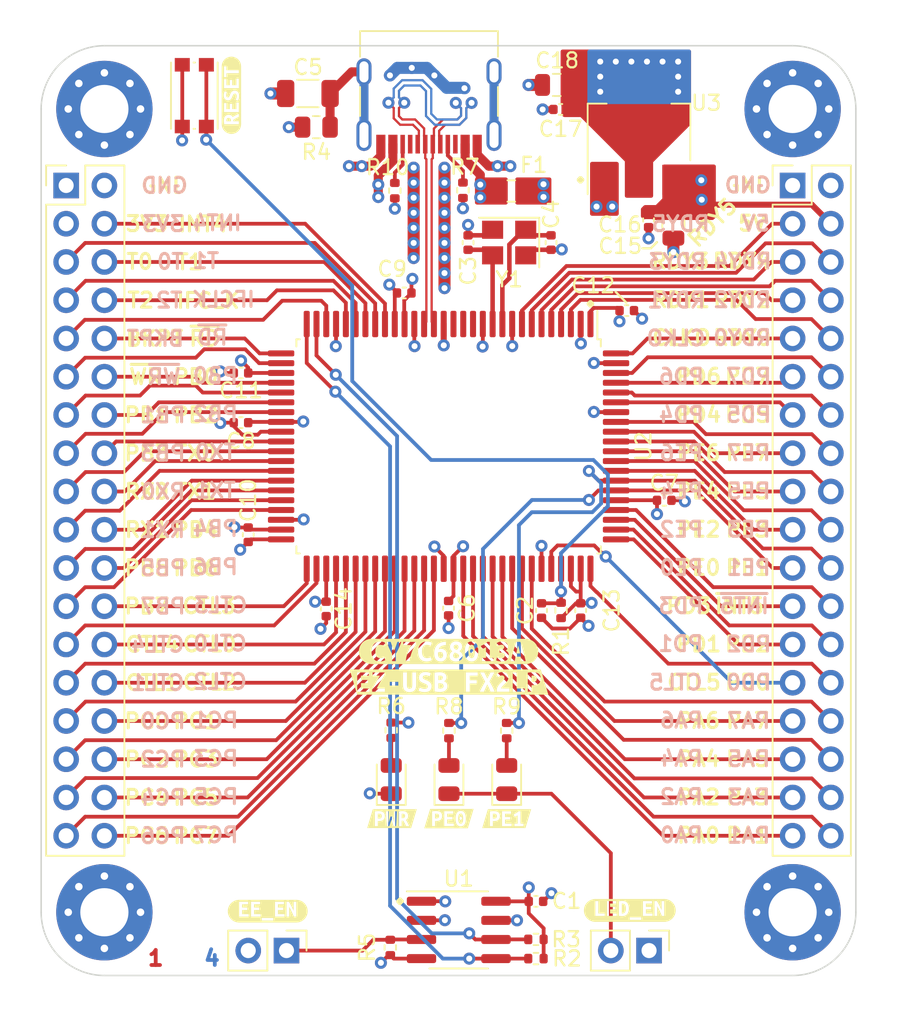
<source format=kicad_pcb>
(kicad_pcb (version 20211014) (generator pcbnew)
  (layers (0 "F.Cu" signal) (1 "In1.Cu" signal) (2 "In2.Cu" signal) (31 "B.Cu" signal) (34 "B.Paste" user) (35 "F.Paste" user) (36 "B.SilkS" user "B.Silkscreen") (37 "F.SilkS" user "F.Silkscreen") (38 "B.Mask" user) (39 "F.Mask" user) (44 "Edge.Cuts" user))
  (net 0 "")
  (net 1 "+3V3")
  (net 2 "GND")
  (net 3 "/USB-Power/RST")
  (net 4 "Net-(C3-Pad2)")
  (net 5 "Net-(C4-Pad1)")
  (net 6 "/USB-Power/SHIELD")
  (net 7 "VBUS")
  (net 8 "/USB-Power/D-")
  (net 9 "/USB-Power/D+")
  (net 10 "Net-(J4-Pad1)")
  (net 11 "/GPIO/INT4")
  (net 12 "/GPIO/IFCLK")
  (net 13 "/GPIO/BKPT")
  (net 14 "/GPIO/~{RD}")
  (net 15 "/GPIO/~{WR}")
  (net 16 "/USB-Power/SDA")
  (net 17 "/USB-Power/SCL")
  (net 21 "/USB-Power/TXD0")
  (net 22 "/USB-Power/RXD0")
  (net 23 "/USB-Power/TXD1")
  (net 24 "/USB-Power/RXD1")
  (net 25 "/GPIO/RDY.5")
  (net 26 "/GPIO/RDY.4")
  (net 27 "/GPIO/RDY.3")
  (net 28 "/GPIO/RDY.2")
  (net 29 "/GPIO/RDY.0{slash}SLRD")
  (net 30 "/GPIO/RDY.1{slash}SLWR")
  (net 31 "/GPIO/T.0")
  (net 32 "/GPIO/T.1")
  (net 33 "/GPIO/T.2")
  (net 34 "/GPIO/CTL.3")
  (net 35 "/GPIO/CTL.4")
  (net 36 "/GPIO/CTL.0{slash}FLAGA")
  (net 37 "/GPIO/CTL.1{slash}FLAGB")
  (net 38 "/GPIO/CTL.2{slash}FLAGC")
  (net 39 "/GPIO/CTL.5")
  (net 40 "/GPIO/CLKOUT")
  (net 41 "/GPIO/PB0")
  (net 42 "/GPIO/PB1")
  (net 43 "/GPIO/PB2")
  (net 44 "/GPIO/PB3")
  (net 45 "/GPIO/PB4")
  (net 46 "/GPIO/PB5")
  (net 47 "/GPIO/PB6")
  (net 48 "/GPIO/PB7")
  (net 49 "/GPIO/PC0")
  (net 50 "/GPIO/PC1")
  (net 51 "/GPIO/PC2")
  (net 52 "/GPIO/PC3")
  (net 53 "/GPIO/PC4")
  (net 54 "/GPIO/PC5")
  (net 55 "/GPIO/PC6")
  (net 56 "/GPIO/PC7")
  (net 57 "/GPIO/PA0")
  (net 58 "/GPIO/PA1")
  (net 59 "/GPIO/PA2")
  (net 60 "/GPIO/PA3")
  (net 61 "/GPIO/PA4")
  (net 62 "/GPIO/PA5")
  (net 63 "/GPIO/PA6")
  (net 64 "/GPIO/PA7")
  (net 65 "/GPIO/PD0")
  (net 66 "/GPIO/PD1")
  (net 67 "/GPIO/PD2")
  (net 68 "/GPIO/PD3")
  (net 69 "/GPIO/PE0")
  (net 70 "/GPIO/PE1")
  (net 71 "/GPIO/PE2")
  (net 72 "/GPIO/PE3")
  (net 73 "/GPIO/PE4")
  (net 74 "/GPIO/PE5")
  (net 75 "/GPIO/PE6")
  (net 76 "/GPIO/PE7")
  (net 77 "/GPIO/PD4")
  (net 78 "/GPIO/PD5")
  (net 79 "/GPIO/PD6")
  (net 80 "/GPIO/PD7")
  (net 81 "/GPIO/~{INT5}")
  (net 82 "Net-(D1-Pad2)")
  (net 83 "Net-(D2-Pad1)")
  (net 84 "Net-(D2-Pad2)")
  (net 85 "Net-(D3-Pad2)")
  (net 86 "/USB-Power/VUSB")
  (net 87 "Net-(J5-PadA5)")
  (net 89 "Net-(J5-PadB5)")
  (footprint "LED_SMD:LED_0805_2012Metric" (layer "F.Cu") (at 140.1064 119.6594 90)
    (fp_text reference "D3" hide)
    (fp_text value "RED")
  )
  (footprint "Connector_PinHeader_2.54mm:PinHeader_1x02_P2.54mm_Vertical" (layer "F.Cu") (at 149.563932 131.0132 -90)
    (fp_text reference "J3" hide)
    (fp_text value "LED_EN")
  )
  (footprint "Resistor_SMD:R_0402_1005Metric" (layer "F.Cu") (at 143.7206 108.43 -90)
    (fp_text reference "R1")
    (fp_text value "10K")
  )
  (footprint "MountingHole:MountingHole_3.2mm_M3_Pad_Via" (layer "F.Cu") (at 113.3806 128.4682)
    (fp_text reference "H1" hide)
    (fp_text value "MountingHole_Pad")
  )
  (footprint "Resistor_SMD:R_0402_1005Metric" (layer "F.Cu") (at 140.1064 116.4082 90)
    (fp_text reference "R9")
    (fp_text value "1K")
  )
  (footprint "Resistor_SMD:R_0402_1005Metric" (layer "F.Cu") (at 132.675 80.55 90)
    (fp_text reference "R10")
    (fp_text value "5K1")
  )
  (footprint "LED_SMD:LED_0805_2012Metric" (layer "F.Cu") (at 132.4356 119.6594 90)
    (fp_text reference "D1" hide)
    (fp_text value "GREEN")
  )
  (footprint "kibuzzard-63EC9B5B" (layer "F.Cu") (at 124.2314 128.397)
    (fp_text reference "kibuzzard-63EC9B5B" hide)
    (fp_text value "G***" hide)
  )
  (footprint "Package_TO_SOT_SMD:SOT-223-3_TabPin2" (layer "F.Cu") (at 148.8948 76.6826 90)
    (fp_text reference "U3")
    (fp_text value "LM1117-3.3")
  )
  (footprint "Capacitor_SMD:C_0402_1005Metric" (layer "F.Cu") (at 143.6904 75.1586 180)
    (fp_text reference "C17")
    (fp_text value "100n")
  )
  (footprint "Button_Switch_SMD:SW_Push_1P1T_NO_CK_KMR2" (layer "F.Cu") (at 119.3546 74.2442 -90)
    (fp_text reference "SW1" hide)
    (fp_text value "RESET")
  )
  (footprint "Connector_USB:USB_C_Receptacle_G-Switch_GT-USB-7010ASV" (layer "F.Cu") (at 134.9456 73.74 180)
    (fp_text reference "J5" hide)
    (fp_text value "USB_C_Receptacle_USB2.0")
  )
  (footprint "Resistor_SMD:R_0402_1005Metric" (layer "F.Cu") (at 137.2 80.525 90)
    (fp_text reference "R7")
    (fp_text value "5K1")
  )
  (footprint "Capacitor_SMD:C_0805_2012Metric" (layer "F.Cu") (at 151.1808 82.7532 -90)
    (fp_text reference "C15")
    (fp_text value "2u2")
  )
  (footprint "kibuzzard-63EC608B" (layer "F.Cu") (at 136.2456 111.1504)
    (fp_text reference "kibuzzard-63EC608B" hide)
    (fp_text value "G***" hide)
  )
  (footprint "Capacitor_SMD:C_0402_1005Metric" (layer "F.Cu") (at 136.2456 108.2774 -90)
    (fp_text reference "C6")
    (fp_text value "100n")
  )
  (footprint "Resistor_SMD:R_0402_1005Metric" (layer "F.Cu") (at 132.4356 116.3828 -90)
    (fp_text reference "R6")
    (fp_text value "1K")
  )
  (footprint "Capacitor_SMD:C_0402_1005Metric" (layer "F.Cu") (at 122.456 92.6564 180)
    (fp_text reference "C11")
    (fp_text value "100n")
  )
  (footprint "Capacitor_SMD:C_1206_3216Metric" (layer "F.Cu") (at 126.9 74.1 180)
    (fp_text reference "C5")
    (fp_text value "10n")
  )
  (footprint "Capacitor_SMD:C_0402_1005Metric" (layer "F.Cu") (at 148.082 88.5162)
    (fp_text reference "C12")
    (fp_text value "100n")
  )
  (footprint "Connector_PinHeader_2.54mm:PinHeader_1x02_P2.54mm_Vertical" (layer "F.Cu") (at 125.477266 131.0132 -90)
    (fp_text reference "J4" hide)
    (fp_text value "EEPROM OFF")
  )
  (footprint "Capacitor_SMD:C_0402_1005Metric" (layer "F.Cu") (at 122.936 103.4006 -90)
    (fp_text reference "C10")
    (fp_text value "100n")
  )
  (footprint "kibuzzard-63EC60C6" (layer "F.Cu") (at 136.271 113.1824)
    (fp_text reference "kibuzzard-63EC60C6" hide)
    (fp_text value "G***" hide)
  )
  (footprint "Capacitor_SMD:C_0402_1005Metric" (layer "F.Cu") (at 128.1176 108.3256 -90)
    (fp_text reference "C14")
    (fp_text value "100n")
  )
  (footprint "Resistor_SMD:R_0402_1005Metric" (layer "F.Cu") (at 142.0496 131.5458 180)
    (fp_text reference "R2")
    (fp_text value "2K4")
  )
  (footprint "Capacitor_SMD:C_0402_1005Metric" (layer "F.Cu") (at 150.5712 101.1146)
    (fp_text reference "C7")
    (fp_text value "100n")
  )
  (footprint "Capacitor_SMD:C_0402_1005Metric" (layer "F.Cu") (at 145.0206 108.43 -90)
    (fp_text reference "C13")
    (fp_text value "100n")
  )
  (footprint "MountingHole:MountingHole_3.2mm_M3_Pad_Via" (layer "F.Cu") (at 159.1006 128.4682)
    (fp_text reference "H4" hide)
    (fp_text value "MountingHole_Pad")
  )
  (footprint "Capacitor_SMD:C_0402_1005Metric" (layer "F.Cu") (at 142.4206 108.4328 -90)
    (fp_text reference "C2")
    (fp_text value "100n")
  )
  (footprint "Fuse:Fuse_0805_2012Metric" (layer "F.Cu") (at 140.4125 80.575 180)
    (fp_text reference "F1")
    (fp_text value "500mA")
  )
  (footprint "kibuzzard-63EC9B77" (layer "F.Cu") (at 148.2852 128.3462)
    (fp_text reference "kibuzzard-63EC9B77" hide)
    (fp_text value "G***" hide)
  )
  (footprint "kibuzzard-63FDDF21" (layer "F.Cu") (at 140.1064 122.2502)
    (fp_text reference "kibuzzard-63FDDF21" hide)
    (fp_text value "G***" hide)
  )
  (footprint "Capacitor_SMD:C_0805_2012Metric" (layer "F.Cu") (at 143.4338 73.533 180)
    (fp_text reference "C18")
    (fp_text value "4u7")
  )
  (footprint "Capacitor_SMD:C_0402_1005Metric" (layer "F.Cu") (at 122.4534 95.9584 180)
    (fp_text reference "C8")
    (fp_text value "100n")
  )
  (footprint "Capacitor_SMD:C_0402_1005Metric" (layer "F.Cu") (at 149.5298 82.4966 -90)
    (fp_text reference "C16")
    (fp_text value "100n")
  )
  (footprint "Resistor_SMD:R_0402_1005Metric" (layer "F.Cu") (at 132.3736 130.8058 -90)
    (fp_text reference "R5")
    (fp_text value "100K")
  )
  (footprint "Crystal:Crystal_SMD_3225-4Pin_3.2x2.5mm" (layer "F.Cu") (at 140.2706 83.9978 180)
    (fp_text reference "Y1")
    (fp_text value "24MHz")
  )
  (footprint "Capacitor_SMD:C_0402_1005Metric" (layer "F.Cu") (at 133.2992 87.3478 180)
    (fp_text reference "C9")
    (fp_text value "100n")
  )
  (footprint "Capacitor_SMD:C_0402_1005Metric" (layer "F.Cu") (at 137.541 83.9978 -90)
    (fp_text reference "C3")
    (fp_text value "100n")
  )
  (footprint "MountingHole:MountingHole_3.2mm_M3_Pad_Via" (layer "F.Cu") (at 113.3806 75.1282)
    (fp_text reference "H2" hide)
    (fp_text value "MountingHole_Pad")
  )
  (footprint "kibuzzard-63FDDF30" (layer "F.Cu") (at 132.4864 122.2502)
    (fp_text reference "kibuzzard-63FDDF30" hide)
    (fp_text value "G***" hide)
  )
  (footprint "Capacitor_SMD:C_0402_1005Metric" (layer "F.Cu") (at 142.0496 127.7458)
    (fp_text reference "C1")
    (fp_text value "100n")
  )
  (footprint "Resistor_SMD:R_0402_1005Metric" (layer "F.Cu") (at 142.0496 130.2708 180)
    (fp_text reference "R3")
    (fp_text value "2K4")
  )
  (footprint "MountingHole:MountingHole_3.2mm_M3_Pad_Via" (layer "F.Cu") (at 159.1006 75.1282)
    (fp_text reference "H3" hide)
    (fp_text value "MountingHole_Pad")
  )
  (footprint "Connector_PinHeader_2.54mm:PinHeader_2x18_P2.54mm_Vertical" (layer "F.Cu") (at 159.1006 80.2082)
    (fp_text reference "J1" hide)
    (fp_text value "GPIO_0")
  )
  (footprint "Package_SO:SOIC-8_3.9x4.9mm_P1.27mm" (layer "F.Cu") (at 136.9202 129.6416)
    (fp_text reference "U1")
    (fp_text value "24LC128")
  )
  (footprint "LED_SMD:LED_0805_2012Metric" (layer "F.Cu") (at 136.271 119.6594 90)
    (fp_text reference "D2" hide)
    (fp_text value "RED")
  )
  (footprint "kibuzzard-63FDDF2A" (layer "F.Cu") (at 136.271 122.2502)
    (fp_text reference "kibuzzard-63FDDF2A" hide)
    (fp_text value "G***" hide)
  )
  (footprint "kibuzzard-63EED3F1" (layer "F.Cu") (at 121.8184 74.2188 90)
    (fp_text reference "kibuzzard-63EED3F1" hide)
    (fp_text value "G***" hide)
  )
  (footprint "Resistor_SMD:R_0402_1005Metric" (layer "F.Cu") (at 136.271 116.4082 90)
    (fp_text reference "R8")
    (fp_text value "1K")
  )
  (footprint "Resistor_SMD:R_0805_2012Metric" (layer "F.Cu") (at 127.4606 76.3352 180)
    (fp_text reference "R4")
    (fp_text value "1M")
  )
  (footprint "Package_QFP:PQFP-100_14x20mm_P0.65mm" (layer "F.Cu") (at 136.2456 97.5332 -90)
    (fp_text reference "U2")
    (fp_text value "CY7C68013A-100AXC")
  )
  (footprint "Connector_PinHeader_2.54mm:PinHeader_2x18_P2.54mm_Vertical" (layer "F.Cu") (at 110.8406 80.2082)
    (fp_text reference "J2" hide)
    (fp_text value "GPIO_0")
  )
  (footprint "Capacitor_SMD:C_0402_1005Metric" (layer "F.Cu") (at 143.0528 83.9978 -90)
    (fp_text reference "C4")
    (fp_text value "100n")
  )
  (gr_line (start 149.6822 84.3788) (end 150.0886 83.9724) (layer "F.SilkS") (width 0.15))
  (gr_line (start 149.1234 84.3788) (end 149.6822 84.3788) (layer "F.SilkS") (width 0.15))
  (gr_line (start 148.0566 87.9856) (end 147.3454 87.2744) (layer "F.SilkS") (width 0.15))
  (gr_arc (start 113.3806 132.668681) (mid 110.410411 131.438389) (end 109.180119 128.4682) (layer "Edge.Cuts") (width 0.1))
  (gr_arc (start 109.180119 75.1282) (mid 110.410411 72.158011) (end 113.3806 70.927719) (layer "Edge.Cuts") (width 0.1))
  (gr_line (start 163.301081 75.1282) (end 163.301081 128.4682) (layer "Edge.Cuts") (width 0.1))
  (gr_line (start 109.180119 128.4682) (end 109.180119 75.1282) (layer "Edge.Cuts") (width 0.1))
  (gr_line (start 113.3806 70.927719) (end 159.1006 70.927719) (layer "Edge.Cuts") (width 0.1))
  (gr_arc (start 159.1006 70.927719) (mid 162.070789 72.158011) (end 163.301081 75.1282) (layer "Edge.Cuts") (width 0.1))
  (gr_line (start 159.1006 132.668681) (end 113.3806 132.668681) (layer "Edge.Cuts") (width 0.1))
  (gr_arc (start 163.301081 128.4682) (mid 162.070789 131.438389) (end 159.1006 132.668681) (layer "Edge.Cuts") (width 0.1))
  (gr_text "1" (at 116.7892 131.5212) (layer "F.Cu") (effects (font (size 1 1) (thickness 0.25))))
  (gr_text "4" (at 120.523 131.5212) (layer "B.Cu") (effects (font (size 1 1) (thickness 0.25))))
  (gr_text "TX1" (at 120.7516 100.457) (layer "B.SilkS") (effects (font (size 1 1) (thickness 0.2)) (justify mirror)))
  (gr_text "PC6" (at 117.2718 123.3932) (layer "B.SilkS") (effects (font (size 1 1) (thickness 0.2)) (justify mirror)))
  (gr_text "PB5" (at 117.2718 105.6132) (layer "B.SilkS") (effects (font (size 1 1) (thickness 0.2)) (justify mirror)))
  (gr_text "BKPT" (at 116.7638 90.3732) (layer "B.SilkS") (effects (font (size 1 1) (thickness 0.2)) (justify mirror)))
  (gr_text "IFCLK" (at 121.285 87.7824) (layer "B.SilkS") (effects (font (size 1 1) (thickness 0.2)) (justify mirror)))
  (gr_text "5V" (at 156.663972 82.7278) (layer "B.SilkS") (effects (font (size 1 1) (thickness 0.2)) (justify mirror)))
  (gr_text "PD1" (at 151.660172 110.6424) (layer "B.SilkS") (effects (font (size 1 1) (thickness 0.2)) (justify mirror)))
  (gr_text "PB4" (at 120.7516 102.997) (layer "B.SilkS") (effects (font (size 1 1) (thickness 0.2)) (justify mirror)))
  (gr_text "GND" (at 117.3734 80.2132) (layer "B.SilkS") (effects (font (size 1 1) (thickness 0.2)) (justify mirror)))
  (gr_text "CTL5" (at 151.3332 113.2078) (layer "B.SilkS") (effects (font (size 1 1) (thickness 0.2)) (justify mirror)))
  (gr_text "CTL0" (at 121.067438 110.617) (layer "B.SilkS") (effects (font (size 1 1) (thickness 0.2)) (justify mirror)))
  (gr_text "PC1" (at 120.777 115.7224) (layer "B.SilkS") (effects (font (size 1 1) (thickness 0.2)) (justify mirror)))
  (gr_text "RX0" (at 117.2718 100.5332) (layer "B.SilkS") (effects (font (size 1 1) (thickness 0.2)) (justify mirror)))
  (gr_text "T0" (at 117.7544 85.2678) (layer "B.SilkS") (effects (font (size 1 1) (thickness 0.2)) (justify mirror)))
  (gr_text "PD5" (at 156.1846 95.4278) (layer "B.SilkS") (effects (font (size 1 1) (thickness 0.2)) (justify mirror)))
  (gr_text "PA6" (at 151.710972 115.7224) (layer "B.SilkS") (effects (font (size 1 1) (thickness 0.2)) (justify mirror)))
  (gr_text "PB6" (at 120.7516 105.537) (layer "B.SilkS") (effects (font (size 1 1) (thickness 0.2)) (justify mirror)))
  (gr_text "PA3" (at 156.1846 120.8278) (layer "B.SilkS") (effects (font (size 1 1) (thickness 0.2)) (justify mirror)))
  (gr_text "CTL2" (at 121.067438 113.157) (layer "B.SilkS") (effects (font (size 1 1) (thickness 0.2)) (justify mirror)))
  (gr_text "PA5" (at 156.1846 118.2878) (layer "B.SilkS") (effects (font (size 1 1) (thickness 0.2)) (justify mirror)))
  (gr_text "PB7" (at 117.2718 108.1532) (layer "B.SilkS") (effects (font (size 1 1) (thickness 0.2)) (justify mirror)))
  (gr_text "~{WR}" (at 117.348 92.9132) (layer "B.SilkS") (effects (font (size 1 1) (thickness 0.2)) (justify mirror)))
  (gr_text "RDY4" (at 155.774972 85.2424) (layer "B.SilkS") (effects (font (size 1 1) (thickness 0.2)) (justify mirror)))
  (gr_text "RX1" (at 117.2718 103.0732) (layer "B.SilkS") (effects (font (size 1 1) (thickness 0.2)) (justify mirror)))
  (gr_text "~{RD}" (at 120.5484 90.297) (layer "B.SilkS") (effects (font (size 1 1) (thickness 0.2)) (justify mirror)))
  (gr_text "PB2" (at 120.7516 95.377) (layer "B.SilkS") (effects (font (size 1 1) (thickness 0.2)) (justify mirror)))
  (gr_text "PD0" (at 156.1846 113.2078) (layer "B.SilkS") (effects (font (size 1 1) (thickness 0.2)) (justify mirror)))
  (gr_text "TX0" (at 120.7516 97.917) (layer "B.SilkS") (effects (font (size 1 1) (thickness 0.2)) (justify mirror)))
  (gr_text "INT4" (at 120.8532 82.7024) (layer "B.SilkS") (effects (font (size 1 1) (thickness 0.2)) (justify mirror)))
  (gr_text "CTL1" (at 116.9162 113.2332) (layer "B.SilkS") (effects (font (size 1 1) (thickness 0.2)) (justify mirror)))
  (gr_text "PD7" (at 156.1846 92.8878) (layer "B.SilkS") (effects (font (size 1 1) (thickness 0.2)) (justify mirror)))
  (gr_text "PC0" (at 117.2718 115.7732) (layer "B.SilkS") (effects (font (size 1 1) (thickness 0.2)) (justify mirror)))
  (gr_text "PD6" (at 151.710972 92.8878) (layer "B.SilkS") (effects (font (size 1 1) (thickness 0.2)) (justify mirror)))
  (gr_text "~{INT5}" (at 155.8798 108.1278) (layer "B.SilkS") (effects (font (size 1 1) (thickness 0.2)) (justify mirror)))
  (gr_text "PE5" (at 156.1846 100.5078) (layer "B.SilkS") (effects (font (size 1 1) (thickness 0.2)) (justify mirror)))
  (gr_text "T2" (at 117.6782 87.8332) (layer "B.SilkS") (effects (font (size 1 1) (thickness 0.2)) (justify mirror)))
  (gr_text "PA2" (at 151.710972 120.8024) (layer "B.SilkS") (effects (font (size 1 1) (thickness 0.2)) (justify mirror)))
  (gr_text "PE6" (at 151.710972 97.9678) (layer "B.SilkS") (effects (font (size 1 1) (thickness 0.2)) (justify mirror)))
  (gr_text "RDY1" (at 151.384 87.8332) (layer "B.SilkS") (effects (font (size 1 1) (thickness 0.2)) (justify mirror)))
  (gr_text "PB0" (at 120.7516 92.837) (layer "B.SilkS") (effects (font (size 1 1) (thickness 0.2)) (justify mirror)))
  (gr_text "PD4" (at 151.710972 95.4278) (layer "B.SilkS") (effects (font (size 1 1) (thickness 0.2)) (justify mirror)))
  (gr_text "PB1" (at 117.2718 95.4532) (layer "B.SilkS") (effects (font (size 1 1) (thickness 0.2)) (justify mirror)))
  (gr_text "PE1" (at 156.1846 105.5878) (layer "B.SilkS") (effects (font (size 1 1) (thickness 0.2)) (justify mirror)))
  (gr_text "PC3" (at 120.777 118.2624) (layer "B.SilkS") (effects (font (size 1 1) (thickness 0.2)) (justify mirror)))
  (gr_text "PA1" (at 156.1846 123.3678) (layer "B.SilkS") (effects (font (size 1 1) (thickness 0.2)) (justify mirror)))
  (gr_text "PC7" (at 120.777 123.3424) (layer "B.SilkS") (effects (font (size 1 1) (thickness 0.2)) (justify mirror)))
  (gr_text "PE3" (at 156.1846 103.0478) (layer "B.SilkS") (effects (font (size 1 1) (thickness 0.2)) (justify mirror)))
  (gr_text "PE2" (at 151.710972 103.0478) (layer "B.SilkS") (effects (font (size 1 1) (thickness 0.2)) (justify mirror)))
  (gr_text "PD3" (at 151.6888 108.1278) (layer "B.SilkS") (effects (font (size 1 1) (thickness 0.2)) (justify mirror)))
  (gr_text "PA0" (at 151.710972 123.3424) (layer "B.SilkS") (effects (font (size 1 1) (thickness 0.2)) (justify mirror)))
  (gr_text "RDY2" (at 155.749572 87.8078) (layer "B.SilkS") (effects (font (size 1 1) (thickness 0.2)) (justify mirror)))
  (gr_text "PB3" (at 117.2718 97.9932) (layer "B.SilkS") (effects (font (size 1 1) (thickness 0.2)) (justify mirror)))
  (gr_text "PC4" (at 117.2718 120.8532) (layer "B.SilkS") (effects (font (size 1 1) (thickness 0.2)) (justify mirror)))
  (gr_text "PE0" (at 151.710972 105.5878) (layer "B.SilkS") (effects (font (size 1 1) (thickness 0.2)) (justify mirror)))
  (gr_text "PD2" (at 156.1846 110.6678) (layer "B.SilkS") (effects (font (size 1 1) (thickness 0.2)) (justify mirror)))
  (gr_text "RDY3" (at 151.4348 85.2678) (layer "B.SilkS") (effects (font (size 1 1) (thickness 0.2)) (justify mirror)))
  (gr_text "PC5" (at 120.777 120.8024) (layer "B.SilkS") (effects (font (size 1 1) (thickness 0.2)) (justify mirror)))
  (gr_text "PE4" (at 151.710972 100.5078) (layer "B.SilkS") (effects (font (size 1 1) (thickness 0.2)) (justify mirror)))
  (gr_text "PC2" (at 117.2718 118.3132) (layer "B.SilkS") (effects (font (size 1 1) (thickness 0.2)) (justify mirror)))
  (gr_text "3V3" (at 117.2718 82.7532) (layer "B.SilkS") (effects (font (size 1 1) (thickness 0.2)) (justify mirror)))
  (gr_text "T1" (at 120.1166 85.217) (layer "B.SilkS") (effects (font (size 1 1) (thickness 0.2)) (justify mirror)))
  (gr_text "GND" (at 156.1338 80.1878) (layer "B.SilkS") (effects (font (size 1 1) (thickness 0.2)) (justify mirror)))
  (gr_text "PE7" (at 156.1846 97.9678) (layer "B.SilkS") (effects (font (size 1 1) (thickness 0.2)) (justify mirror)))
  (gr_text "CTL3" (at 121.092838 108.077) (layer "B.SilkS") (effects (font (size 1 1) (thickness 0.2)) (justify mirror)))
  (gr_text "CTL4" (at 116.9162 110.6932) (layer "B.SilkS") (effects (font (size 1 1) (thickness 0.2)) (justify mirror)))
  (gr_text "CLKO" (at 151.3586 90.3478) (layer "B.SilkS") (effects (font (size 1 1) (thickness 0.2)) (justify mirror)))
  (gr_text "PA4" (at 151.710972 118.2624) (layer "B.SilkS") (effects (font (size 1 1) (thickness 0.2)) (justify mirror)))
  (gr_text "PA7" (at 156.1846 115.7478) (layer "B.SilkS") (effects (font (size 1 1) (thickness 0.2)) (justify mirror)))
  (gr_text "RDY0" (at 155.749572 90.3224) (layer "B.SilkS") (effects (font (size 1 1) (thickness 0.2)) (justify mirror)))
  (gr_text "RDY5" (at 151.6634 82.7532) (layer "B.SilkS") (effects (font (size 1 1) (thickness 0.2)) (justify mirror)))
  (gr_text "5V" (at 156.4132 82.7278) (layer "F.SilkS") (effects (font (size 1 1) (thickness 0.2))))
  (gr_text "PC0" (at 116.205 115.7732) (layer "F.SilkS") (effects (font (size 1 1) (thickness 0.2))))
  (gr_text "PB7" (at 116.205 108.1532) (layer "F.SilkS") (effects (font (size 1 1) (thickness 0.2))))
  (gr_text "PD2" (at 156.1084 110.6678) (layer "F.SilkS") (effects (font (size 1 1) (thickness 0.2))))
  (gr_text "PE3" (at 156.1084 103.0478) (layer "F.SilkS") (effects (font (size 1 1) (thickness 0.2))))
  (gr_text "PD0" (at 156.1084 113.2078) (layer "F.SilkS") (effects (font (size 1 1) (thickness 0.2))))
  (gr_text "." (at 145.669 87.249) (layer "F.SilkS") (effects (font (size 2 2) (thickness 0.3)) (justify mirror)))
  (gr_text "PC7" (at 119.4562 123.3932) (layer "F.SilkS") (effects (font (size 1 1) (thickness 0.2))))
  (gr_text "IFCLK" (at 120.269 87.8586) (layer "F.SilkS") (effects (font (size 1 1) (thickness 0.2))))
  (gr_text "PB1" (at 116.205 95.4532) (layer "F.SilkS") (effects (font (size 1 1) (thickness 0.2))))
  (gr_text "PD4" (at 152.8572 95.4278) (layer "F.SilkS") (effects (font (size 1 1) (thickness 0.2))))
  (gr_text "TX1" (at 119.4562 100.5332) (layer "F.SilkS") (effects (font (size 1 1) (thickness 0.2))))
  (gr_text "RDY2" (at 155.7528 87.8078) (layer "F.SilkS") (effects (font (size 1 1) (thickness 0.2))))
  (gr_text "PC2" (at 116.205 118.3132) (layer "F.SilkS") (effects (font (size 1 1) (thickness 0.2))))
  (gr_text "CTL3" (at 120.3452 108.1278) (layer "F.SilkS") (effects (font (size 1 1) (thickness 0.2))))
  (gr_text "PE7" (at 156.1084 97.9678) (layer "F.SilkS") (effects (font (size 1 1) (thickness 0.2))))
  (gr_text "RX0" (at 116.205 100.5332) (layer "F.SilkS") (effects (font (size 1 1) (thickness 0.2))))
  (gr_text "PB4" (at 119.4562 103.0732) (layer "F.SilkS") (effects (font (size 1 1) (thickness 0.2))))
  (gr_text "PE1" (at 156.1084 105.5878) (layer "F.SilkS") (effects (font (size 1 1) (thickness 0.2))))
  (gr_text "PC3" (at 119.4562 118.3132) (layer "F.SilkS") (effects (font (size 1 1) (thickness 0.2))))
  (gr_text "PC6" (at 116.205 123.3932) (layer "F.SilkS") (effects (font (size 1 1) (thickness 0.2))))
  (gr_text "CLKO" (at 151.7142 90.3224) (layer "F.SilkS") (effects (font (size 1 1) (thickness 0.2))))
  (gr_text "PA0" (at 152.8572 123.3678) (layer "F.SilkS") (effects (font (size 1 1) (thickness 0.2))))
  (gr_text "RDY0" (at 155.7528 90.3224) (layer "F.SilkS") (effects (font (size 1 1) (thickness 0.2))))
  (gr_text "RDY4" (at 155.7274 85.2424) (layer "F.SilkS") (effects (font (size 1 1) (thickness 0.2))))
  (gr_text "CTL4" (at 116.5606 110.6932) (layer "F.SilkS") (effects (font (size 1 1) (thickness 0.2))))
  (gr_text "PD3" (at 152.1968 108.1278) (layer "F.SilkS") (effects (font (size 1 1) (thickness 0.2))))
  (gr_text "CTL5" (at 152.5524 113.2078) (layer "F.SilkS") (effects (font (size 1 1) (thickness 0.2))))
  (gr_text "PD6" (at 152.8572 92.8878) (layer "F.SilkS") (effects (font (size 1 1) (thickness 0.2))))
  (gr_text "T0" (at 115.7224 85.2678) (layer "F.SilkS") (effects (font (size 1 1) (thickness 0.2))))
  (gr_text "~{RD}" (at 120.0404 90.3732) (layer "F.SilkS") (effects (font (size 1 1) (thickness 0.2))))
  (gr_text "T2" (at 115.7986 87.8332) (layer "F.SilkS") (effects (font (size 1 1) (thickness 0.2))))
  (gr_text "PA7" (at 156.1084 115.7478) (layer "F.SilkS") (effects (font (size 1 1) (thickness 0.2))))
  (gr_text "GND" (at 156.1338 80.1878) (layer "F.SilkS") (effects (font (size 1 1) (thickness 0.2))))
  (gr_text "PA6" (at 152.8572 115.7478) (layer "F.SilkS") (effects (font (size 1 1) (thickness 0.2))))
  (gr_text "PD1" (at 152.8572 110.6678) (layer "F.SilkS") (effects (font (size 1 1) (thickness 0.2))))
  (gr_text "RDY3" (at 151.638 85.2424) (layer "F.SilkS") (effects (font (size 1 1) (thickness 0.2))))
  (gr_text "INT4" (at 119.9388 82.7786) (layer "F.SilkS") (effects (font (size 1 1) (thickness 0.2))))
  (gr_text "PE6" (at 152.8572 97.9678) (layer "F.SilkS") (effects (font (size 1 1) (thickness 0.2))))
  (gr_text "PC1" (at 119.4562 115.7732) (layer "F.SilkS") (effects (font (size 1 1) (thickness 0.2))))
  (gr_text "PB6" (at 119.4562 105.6132) (layer "F.SilkS") (effects (font (size 1 1) (thickness 0.2))))
  (gr_text "PA1" (at 156.1084 123.3678) (layer "F.SilkS") (effects (font (size 1 1) (thickness 0.2))))
  (gr_text "PD5" (at 156.1084 95.4278) (layer "F.SilkS") (effects (font (size 1 1) (thickness 0.2))))
  (gr_text "PD7" (at 156.1084 92.8878) (layer "F.SilkS") (effects (font (size 1 1) (thickness 0.2))))
  (gr_text "PB5" (at 116.205 105.6132) (layer "F.SilkS") (effects (font (size 1 1) (thickness 0.2))))
  (gr_text "PA3" (at 156.1084 120.8278) (layer "F.SilkS") (effects (font (size 1 1) (thickness 0.2))))
  (gr_text "PC4" (at 116.205 120.8532) (layer "F.SilkS") (effects (font (size 1 1) (thickness 0.2))))
  (gr_text "PE5" (at 156.1084 100.5078) (layer "F.SilkS") (effects (font (size 1 1) (thickness 0.2))))
  (gr_text "PC5" (at 119.4562 120.8532) (layer "F.SilkS") (effects (font (size 1 1) (thickness 0.2))))
  (gr_text "GND" (at 117.3734 80.2132) (layer "F.SilkS") (effects (font (size 1 1) (thickness 0.2))))
  (gr_text "~{WR}" (at 116.1288 92.9132) (layer "F.SilkS") (effects (font (size 1 1) (thickness 0.2))))
  (gr_text "PE0" (at 152.8572 105.5878) (layer "F.SilkS") (effects (font (size 1 1) (thickness 0.2))))
  (gr_text "T1" (at 119.0498 85.2932) (layer "F.SilkS") (effects (font (size 1 1) (thickness 0.2))))
  (gr_text "RDY5" (at 153.775 82.675 45) (layer "F.SilkS") (effects (font (size 1 1) (thickness 0.2))))
  (gr_text "CTL2" (at 120.3706 113.2078) (layer "F.SilkS") (effects (font (size 1 1) (thickness 0.2))))
  (gr_text "PA5" (at 156.1084 118.2878) (layer "F.SilkS") (effects (font (size 1 1) (thickness 0.2))))
  (gr_text "PE2" (at 152.8572 103.0478) (layer "F.SilkS") (effects (font (size 1 1) (thickness 0.2))))
  (gr_text "CTL0" (at 120.3706 110.6678) (layer "F.SilkS") (effects (font (size 1 1) (thickness 0.2))))
  (gr_text "PB3" (at 116.205 97.9932) (layer "F.SilkS") (effects (font (size 1 1) (thickness 0.2))))
  (gr_text "RDY1" (at 151.6888 87.8078) (layer "F.SilkS") (effects (font (size 1 1) (thickness 0.2))))
  (gr_text "PB0" (at 119.4562 92.9132) (layer "F.SilkS") (effects (font (size 1 1) (thickness 0.2))))
  (gr_text "PA2" (at 152.8572 120.8278) (layer "F.SilkS") (effects (font (size 1 1) (thickness 0.2))))
  (gr_text "CTL1" (at 116.5606 113.2332) (layer "F.SilkS") (effects (font (size 1 1) (thickness 0.2))))
  (gr_text "PB2" (at 119.4562 95.4532) (layer "F.SilkS") (effects (font (size 1 1) (thickness 0.2))))
  (gr_text "TX0" (at 119.4562 97.9932) (layer "F.SilkS") (effects (font (size 1 1) (thickness 0.2))))
  (gr_text "BKPT" (at 116.713 90.3732) (layer "F.SilkS") (effects (font (size 1 1) (thickness 0.2))))
  (gr_text "." (at 133.0198 126.9238) (layer "F.SilkS") (effects (font (size 2 2) (thickness 0.3)) (justify mirror)))
  (gr_text "~{INT5}" (at 155.575 108.1278) (layer "F.SilkS") (effects (font (size 1 1) (thickness 0.2))))
  (gr_text "PA4" (at 152.8572 118.2878) (layer "F.SilkS") (effects (font (size 1 1) (thickness 0.2))))
  (gr_text "3V3" (at 116.205 82.7532) (layer "F.SilkS") (effects (font (size 1 1) (thickness 0.2))))
  (gr_text "RX1" (at 116.205 103.0732) (layer "F.SilkS") (effects (font (size 1 1) (thickness 0.2))))
  (gr_text "." (at 145.0086 79.0194) (layer "F.SilkS") (effects (font (size 2 2) (thickness 0.3)) (justify mirror)))
  (gr_text "PE4" (at 152.8572 100.5078) (layer "F.SilkS") (effects (font (size 1 1) (thickness 0.2))))
  (segment (start 140.4706 89.4082) (end 140.4706 90.8706) (width 0.25) (layer "F.Cu") (net 1))
  (segment (start 122.936 92.6564) (end 122.936 92.307929) (width 0.25) (layer "F.Cu") (net 1))
  (segment (start 147.3706 101.1082) (end 150.0848 101.1082) (width 0.25) (layer "F.Cu") (net 1))
  (segment (start 141.5696 127.7458) (end 141.5696 126.8258) (width 0.25) (layer "F.Cu") (net 1))
  (segment (start 136.5706 105.6582) (end 136.5706 104.8056) (width 0.25) (layer "F.Cu") (net 1))
  (segment (start 135.9206 89.4082) (end 135.9206 90.8206) (width 0.4) (layer "F.Cu") (net 1))
  (segment (start 141.5696 127.7458) (end 139.4044 127.7458) (width 0.25) (layer "F.Cu") (net 1))
  (segment (start 136.5706 104.8056) (end 137.2108 104.1654) (width 0.25) (layer "F.Cu") (net 1))
  (segment (start 145.0206 107.1746) (end 145.0206 105.6582) (width 0.25) (layer "F.Cu") (net 1))
  (segment (start 135.9206 90.8206) (end 135.925 90.825) (width 0.4) (layer "F.Cu") (net 1))
  (segment (start 143.7206 108.94) (end 144.7106 107.95) (width 0.25) (layer "F.Cu") (net 1))
  (segment (start 145.0206 107.95) (end 145.7198 107.95) (width 0.25) (layer "F.Cu") (net 1))
  (segment (start 128.1176 107.8456) (end 127.3838 107.8456) (width 0.25) (layer "F.Cu") (net 1))
  (segment (start 122.9836 95.9082) (end 122.9334 95.9584) (width 0.25) (layer "F.Cu") (net 1))
  (segment (start 150.0912 102.0264) (end 150.0886 102.029) (width 0.25) (layer "F.Cu") (net 1))
  (segment (start 145.7198 107.95) (end 145.7452 107.9246) (width 0.25) (layer "F.Cu") (net 1))
  (segment (start 133.7792 87.3478) (end 133.7792 86.470303) (width 0.25) (layer "F.Cu") (net 1))
  (segment (start 125.1206 95.9082) (end 126.5676 95.9082) (width 0.25) (layer "F.Cu") (net 1))
  (segment (start 144.7158 107.1746) (end 145.0206 107.1746) (width 0.25) (layer "F.Cu") (net 1))
  (segment (start 125.1188 92.6564) (end 125.1206 92.6582) (width 0.25) (layer "F.Cu") (net 1))
  (segment (start 145.0206 107.95) (end 145.0206 107.1746) (width 0.25) (layer "F.Cu") (net 1))
  (segment (start 133.5766 115.8728) (end 133.5786 115.8748) (width 0.25) (layer "F.Cu") (net 1))
  (segment (start 122.936 92.6564) (end 125.1188 92.6564) (width 0.25) (layer "F.Cu") (net 1))
  (segment (start 147.4242 88.3384) (end 147.602 88.5162) (width 0.25) (layer "F.Cu") (net 1))
  (segment (start 142.5596 130.2708) (end 142.5596 129.5308) (width 0.25) (layer "F.Cu") (net 1))
  (segment (start 150.0848 101.1082) (end 150.0912 101.1146) (width 0.25) (layer "F.Cu") (net 1))
  (segment (start 141.5696 126.8258) (end 141.5746 126.8208) (width 0.25) (layer "F.Cu") (net 1))
  (segment (start 136.5706 107.4724) (end 136.2456 107.7974) (width 0.25) (layer "F.Cu") (net 1))
  (segment (start 122.936 92.307929) (end 122.459689 91.831618) (width 0.25) (layer "F.Cu") (net 1))
  (segment (start 122.0496 102.9206) (end 122.0216 102.8926) (width 0.25) (layer "F.Cu") (net 1))
  (segment (start 125.1206 95.9082) (end 122.9836 95.9082) (width 0.25) (layer "F.Cu") (net 1))
  (segment (start 128.1176 107.8456) (end 128.1176 105.6612) (width 0.25) (layer "F.Cu") (net 1))
  (segment (start 147.602 88.5162) (end 147.602 89.2248) (width 0.25) (layer "F.Cu") (net 1))
  (segment (start 144.3706 105.6582) (end 144.3706 106.8294) (width 0.25) (layer "F.Cu") (net 1))
  (segment (start 141.5696 128.5408) (end 141.5696 127.7458) (width 0.25) (layer "F.Cu") (net 1))
  (segment (start 136.5706 105.6582) (end 136.5706 107.4724) (width 0.25) (layer "F.Cu") (net 1))
  (segment (start 128.1176 105.6612) (end 128.1206 105.6582) (width 0.25) (layer "F.Cu") (net 1))
  (segment (start 145.6706 89.4082) (end 145.6706 88.5654) (width 0.25) (layer "F.Cu") (net 1))
  (segment (start 125.1206 103.0582) (end 123.0736 103.0582) (width 0.25) (layer "F.Cu") (net 1))
  (segment (start 126.5676 95.9082) (end 126.5936 95.8822) (width 0.25) (layer "F.Cu") (net 1))
  (segment (start 133.2992 87.83473) (end 133.42372 87.71021) (width 0.25) (layer "F.Cu") (net 1))
  (segment (start 127.3838 107.8456) (end 127.381 107.8484) (width 0.25) (layer "F.Cu") (net 1))
  (segment (start 144.7106 107.95) (end 145.0206 107.95) (width 0.25) (layer "F.Cu") (net 1))
  (segment (start 145.6706 88.5654) (end 145.8976 88.3384) (width 0.25) (layer "F.Cu") (net 1))
  (segment (start 133.42372 87.70328) (end 133.7792 87.3478) (width 0.25) (layer "F.Cu") (net 1))
  (segment (start 133.7792 86.470303) (end 133.841503 86.408) (width 0.25) (layer "F.Cu") (net 1))
  (segment (start 142.5596 129.5308) (end 141.5696 128.5408) (width 0.25) (layer "F.Cu") (net 1))
  (segment (start 139.4044 127.7458) (end 139.3952 127.7366) (width 0.25) (layer "F.Cu") (net 1))
  (segment (start 123.0736 103.0582) (end 122.936 102.9206) (width 0.25) (layer "F.Cu") (net 1))
  (segment (start 133.2992 89.3868) (end 133.2992 87.83473) (width 0.25) (layer "F.Cu") (net 1))
  (segment (start 147.602 89.2248) (end 147.5994 89.2274) (width 0.25) (layer "F.Cu") (net 1))
  (segment (start 145.8976 88.3384) (end 147.4242 88.3384) (width 0.25) (layer "F.Cu") (net 1))
  (segment (start 142.5596 131.5458) (end 142.5596 130.2708) (width 0.25) (layer "F.Cu") (net 1))
  (segment (start 144.3706 106.8294) (end 144.7158 107.1746) (width 0.25) (layer "F.Cu") (net 1))
  (segment (start 133.42372 87.71021) (end 133.42372 87.70328) (width 0.25) (layer "F.Cu") (net 1))
  (segment (start 140.4706 90.8706) (end 140.475 90.875) (width 0.25) (layer "F.Cu") (net 1))
  (segment (start 150.0912 101.1146) (end 150.0912 102.0264) (width 0.25) (layer "F.Cu") (net 1))
  (segment (start 122.936 102.9206) (end 122.0496 102.9206) (width 0.25) (layer "F.Cu") (net 1))
  (segment (start 133.3206 89.4082) (end 133.2992 89.3868) (width 0.25) (layer "F.Cu") (net 1))
  (segment (start 132.4356 115.8728) (end 133.5766 115.8728) (width 0.25) (layer "F.Cu") (net 1))
  (via (at 151.4948 72.9826) (size 0.8) (drill 0.4) (layers "F.Cu" "B.Cu") (net 1))
  (via (at 147.3548 71.9826) (size 0.8) (drill 0.4) (layers "F.Cu" "B.Cu") (net 1))
  (via (at 135.925 90.825) (size 0.8) (drill 0.4) (layers "F.Cu" "B.Cu") (net 1))
  (via (at 151.4948 73.9826) (size 0.8) (drill 0.4) (layers "F.Cu" "B.Cu") (net 1))
  (via (at 150.0886 102.029) (size 0.8) (drill 0.4) (layers "F.Cu" "B.Cu") (net 1))
  (via (at 127.381 107.8484) (size 0.8) (drill 0.4) (layers "F.Cu" "B.Cu") (net 1))
  (via (at 133.841503 86.408) (size 0.8) (drill 0.4) (layers "F.Cu" "B.Cu") (net 1))
  (via (at 137.2108 104.1654) (size 0.8) (drill 0.4) (layers "F.Cu" "B.Cu") (net 1))
  (via (at 147.5994 89.2274) (size 0.8) (drill 0.4) (layers "F.Cu" "B.Cu") (net 1))
  (via (at 126.5936 95.8822) (size 0.8) (drill 0.4) (layers "F.Cu" "B.Cu") (net 1))
  (via (at 141.5746 126.8208) (size 0.8) (drill 0.4) (layers "F.Cu" "B.Cu") (net 1))
  (via (at 133.5786 115.8748) (size 0.8) (drill 0.4) (layers "F.Cu" "B.Cu") (net 1))
  (via (at 146.3198 71.9826) (size 0.8) (drill 0.4) (layers "F.Cu" "B.Cu") (net 1))
  (via (at 148.3898 71.9826) (size 0.8) (drill 0.4) (layers "F.Cu" "B.Cu") (net 1))
  (via (at 140.475 90.875) (size 0.8) (drill 0.4) (layers "F.Cu" "B.Cu") (net 1))
  (via (at 145.7452 107.9246) (size 0.8) (drill 0.4) (layers "F.Cu" "B.Cu") (net 1))
  (via (at 122.0216 102.8926) (size 0.8) (drill 0.4) (layers "F.Cu" "B.Cu") (net 1))
  (via (at 150.4598 71.9826) (size 0.8) (drill 0.4) (layers "F.Cu" "B.Cu") (net 1))
  (via (at 122.459689 91.831618) (size 0.8) (drill 0.4) (layers "F.Cu" "B.Cu") (net 1))
  (via (at 146.3198 73.9826) (size 0.8) (drill 0.4) (layers "F.Cu" "B.Cu") (net 1))
  (via (at 151.4948 71.9826) (size 0.8) (drill 0.4) (layers "F.Cu" "B.Cu") (net 1))
  (via (at 146.3198 72.9826) (size 0.8) (drill 0.4) (layers "F.Cu" "B.Cu") (net 1))
  (via (at 149.4248 71.9826) (size 0.8) (drill 0.4) (layers "F.Cu" "B.Cu") (net 1))
  (segment (start 135.975 79.025) (end 135.975 87.025) (width 0.8) (layer "F.Cu") (net 2))
  (segment (start 118.5546 76.2942) (end 118.5546 77.2032) (width 0.25) (layer "F.Cu") (net 2))
  (segment (start 145.9086 95.2582) (end 145.8976 95.2472) (width 0.25) (layer "F.Cu") (net 2))
  (segment (start 138.882627 78.892373) (end 138.915254 78.925) (width 0.6) (layer "F.Cu") (net 2))
  (segment (start 132.6706 89.4082) (end 132.6706 87.4964) (width 0.25) (layer "F.Cu") (net 2))
  (segment (start 138.1456 78.155346) (end 138.882627 78.892373) (width 0.6) (layer "F.Cu") (net 2))
  (segment (start 125.1206 103.7082) (end 123.1084 103.7082) (width 0.25) (layer "F.Cu") (net 2))
  (segment (start 131.7456 77.465) (end 131.7456 78.24803) (width 0.6) (layer "F.Cu") (net 2))
  (segment (start 143.1342 109.6264) (end 144.3042 109.6264) (width 0.25) (layer "F.Cu") (net 2))
  (segment (start 151.0512 101.1146) (end 151.8747 101.1146) (width 0.25) (layer "F.Cu") (net 2))
  (segment (start 142.4206 105.6582) (end 142.4206 104.14) (width 0.25) (layer "F.Cu") (net 2))
  (segment (start 143.2104 75.1586) (end 142.494 75.1586) (width 0.4) (layer "F.Cu") (net 2))
  (segment (start 142.5356 127.7458) (end 143.0782 127.2032) (width 0.25) (layer "F.Cu") (net 2))
  (segment (start 121.1834 92.6564) (end 121.0818 92.5548) (width 0.25) (layer "F.Cu") (net 2))
  (segment (start 138.5206 89.4082) (end 138.5206 90.8894) (width 0.25) (layer "F.Cu") (net 2))
  (segment (start 138.915254 78.925) (end 139.5 78.925) (width 0.6) (layer "F.Cu") (net 2))
  (segment (start 145.0206 89.4082) (end 145.0206 90.6872) (width 0.25) (layer "F.Cu") (net 2))
  (segment (start 132.26 131.3158) (end 131.7498 131.826) (width 0.25) (layer "F.Cu") (net 2))
  (segment (start 142.4206 108.9128) (end 143.1342 109.6264) (width 0.25) (layer "F.Cu") (net 2))
  (segment (start 141.7406 84.4778) (end 141.3706 84.8478) (width 0.3) (layer "F.Cu") (net 2))
  (segment (start 143.0528 84.4778) (end 141.7406 84.4778) (width 0.3) (layer "F.Cu") (net 2))
  (segment (start 151.8747 101.1146) (end 151.9428 101.1827) (width 0.25) (layer "F.Cu") (net 2))
  (segment (start 132.6706 87.4964) (end 132.8192 87.3478) (width 0.25) (layer "F.Cu") (net 2))
  (segment (start 121.9734 95.9584) (end 121.1061 95.9584) (width 0.25) (layer "F.Cu") (net 2))
  (segment (start 133.9706 89.4082) (end 133.9706 90.864) (width 0.25) (layer "F.Cu") (net 2))
  (segment (start 121.9734 96.1896) (end 121.9734 95.9584) (width 0.25) (layer "F.Cu") (net 2))
  (segment (start 132.8192 87.3024) (end 132.3086 86.7918) (width 0.25) (layer "F.Cu") (net 2))
  (segment (start 148.562 88.5162) (end 148.562 88.5164) (width 0.25) (layer "F.Cu") (net 2))
  (segment (start 145.0206 90.6872) (end 145.034 90.7006) (width 0.25) (layer "F.Cu") (net 2))
  (segment (start 149.5298 82.9766) (end 149.5298 83.7184) (width 0.4) (layer "F.Cu") (net 2))
  (segment (start 121.976 92.6564) (end 121.1834 92.6564) (width 0.25) (layer "F.Cu") (net 2))
  (segment (start 118.5546 72.1942) (end 118.5546 76.2942) (width 0.25) (layer "F.Cu") (net 2))
  (segment (start 147.3706 92.0082) (end 145.9098 92.0082) (width 0.25) (layer "F.Cu") (net 2))
  (segment (start 132.675 81.06) (end 132.675 81.75) (width 0.25) (layer "F.Cu") (net 2))
  (segment (start 132.3736 131.3158) (end 132.26 131.3158) (width 0.25) (layer "F.Cu") (net 2))
  (segment (start 128.1176 109.268) (end 127.7366 109.649) (width 0.25) (layer "F.Cu") (net 2))
  (segment (start 142.4838 73.533) (end 141.5542 73.533) (width 0.8) (layer "F.Cu") (net 2))
  (segment (start 126.5481 76.3352) (end 125.6318 76.3352) (width 0.6) (layer "F.Cu") (net 2))
  (segment (start 144.3042 109.6264) (end 145.0206 108.91) (width 0.25) (layer "F.Cu") (net 2))
  (segment (start 139.5 78.925) (end 140.35 78.925) (width 0.6) (layer "F.Cu") (net 2))
  (segment (start 126.5954 102.4082) (end 126.619 102.3846) (width 0.25) (layer "F.Cu") (net 2))
  (segment (start 123.1084 103.7082) (end 122.936 103.8806) (width 0.25) (layer "F.Cu") (net 2))
  (segment (start 138.1456 77.465) (end 138.1456 78.155346) (width 0.6) (layer "F.Cu") (net 2))
  (segment (start 132.8192 87.3478) (end 132.8192 87.3024) (width 0.25) (layer "F.Cu") (net 2))
  (segment (start 145.0206 108.91) (end 145.0206 108.9272) (width 0.25) (layer "F.Cu") (net 2))
  (segment (start 123.571 96.75868) (end 122.54248 96.75868) (width 0.25) (layer "F.Cu") (net 2))
  (segment (start 125.425 74.1) (end 124.4126 74.1) (width 0.8) (layer "F.Cu") (net 2))
  (segment (start 132.4356 120.5969) (end 131.0363 120.5969) (width 0.25) (layer "F.Cu") (net 2))
  (segment (start 122.916 103.8806) (end 122.4026 104.394) (width 0.25) (layer "F.Cu") (net 2))
  (segment (start 137.2 81.035) (end 137.2 81.725) (width 0.25) (layer "F.Cu") (net 2))
  (segment (start 128.1176 108.8056) (end 128.1176 109.268) (width 0.25) (layer "F.Cu") (net 2))
  (segment (start 145.9098 92.0082) (end 145.8976 91.996) (width 0.25) (layer "F.Cu") (net 2))
  (segment (start 134.4452 129.0066) (end 135.9888 129.0066) (width 0.25) (layer "F.Cu") (net 2))
  (segment (start 121.1061 95.9584) (end 121.0818 95.9827) (width 0.25) (layer "F.Cu") (net 2))
  (segment (start 134.4452 127.7366) (end 136.0154 127.7366) (width 0.25) (layer "F.Cu") (net 2))
  (segment (start 143.0528 84.4778) (end 143.7412 84.4778) (width 0.3) (layer "F.Cu") (net 2))
  (segment (start 123.77148 96.5582) (end 123.571 96.75868) (width 0.25) (layer "F.Cu") (net 2))
  (segment (start 135.9206 105.6582) (end 135.9206 104.7985) (width 0.25) (layer "F.Cu") (net 2))
  (segment (start 131.7456 78.24803) (end 131.084315 78.909315) (width 0.6) (layer "F.Cu") (net 2))
  (segment (start 138.8006 83.5178) (end 139.1706 83.1478) (width 0.3) (layer "F.Cu") (net 2))
  (segment (start 135.9888 129.0066) (end 135.9996 128.9958) (width 0.25) (layer "F.Cu") (net 2))
  (segment (start 129.625 78.925) (end 130.475 78.925) (width 0.6) (layer "F.Cu") (net 2))
  (segment (start 147.3706 95.2582) (end 145.9086 95.2582) (width 0.25) (layer "F.Cu") (net 2))
  (segment (start 125.1206 96.5582) (end 123.77148 96.5582) (width 0.25) (layer "F.Cu") (net 2))
  (segment (start 139.3952 129.0066) (end 140.7922 129.0066) (width 0.25) (layer "F.Cu") (net 2))
  (segment (start 148.562 88.5164) (end 149.098 89.0524) (width 0.25) (layer "F.Cu") (net 2))
  (segment (start 118.5546 77.2032) (end 118.5418 77.216) (width 0.25) (layer "F.Cu") (net 2))
  (segment (start 132.3736 131.3158) (end 132.6044 131.5466) (width 0.25) (layer "F.Cu") (net 2))
  (segment (start 132.6044 131.5466) (end 134.4452 131.5466) (width 0.25) (layer "F.Cu") (net 2))
  (segment (start 131.06863 78.925) (end 130.475 78.925) (width 0.6) (layer "F.Cu") (net 2))
  (segment (start 143.7412 84.4778) (end 143.764 84.455) (width 0.3) (layer "F.Cu") (net 2))
  (segment (start 133.925 79.025) (end 133.925 85.025) (width 0.8) (layer "F.Cu") (net 2))
  (segment (start 128.7706 89.4082) (end 128.7706 90.8604) (width 0.25) (layer "F.Cu") (net 2))
  (segment (start 137.541 83.5178) (end 137.541 82.8294) (width 0.3) (layer "F.Cu") (net 2))
  (segment (start 133.9706 90.864) (end 133.985 90.8784) (width 0.25) (layer "F.Cu") (net 2))
  (segment (start 131.084315 78.909315) (end 131.06863 78.925) (width 0.6) (layer "F.Cu") (net 2))
  (segment (start 142.5296 127.7458) (end 142.5356 127.7458) (width 0.25) (layer "F.Cu") (net 2))
  (segment (start 137.541 83.5178) (end 138.8006 83.5178) (width 0.3) (layer "F.Cu") (net 2))
  (segment (start 125.1206 102.4082) (end 126.5954 102.4082) (width 0.25) (layer "F.Cu") (net 2))
  (segment (start 136.0154 127.7366) (end 136.0246 127.7458) (width 0.25) (layer "F.Cu") (net 2))
  (segment (start 122.936 103.8806) (end 122.916 103.8806) (width 0.25) (layer "F.Cu") (net 2))
  (segment (start 142.4206 104.14) (end 142.4178 104.1372) (width 0.25) (layer "F.Cu") (net 2))
  (segment (start 136.2456 108.7574) (end 136.2456 109.5982) (width 0.25) (layer "F.Cu") (net 2))
  (segment (start 135.9206 104.7985) (end 135.3058 104.1837) (width 0.25) (layer "F.Cu") (net 2))
  (segment (start 145.0206 108.9272) (end 145.542 109.4486) (width 0.25) (layer "F.Cu") (net 2))
  (segment (start 151.1808 83.7032) (end 151.1808 84.6328) (width 0.8) (layer "F.Cu") (net 2))
  (segment (start 128.7706 90.8604) (end 128.7526 90.8784) (width 0.25) (layer "F.Cu") (net 2))
  (segment (start 131.0363 120.5969) (end 131.0132 120.5738) (width 0.25) (layer "F.Cu") (net 2))
  (segment (start 122.54248 96.75868) (end 121.9734 96.1896) (width 0.25) (layer "F.Cu") (net 2))
  (segment (start 138.5206 90.8894) (end 138.5062 90.9038) (width 0.25) (layer "F.Cu") (net 2))
  (via (at 146.0754 81.6102) (size 0.8) (drill 0.4) (layers "F.Cu" "B.Cu") (net 2))
  (via (at 135.975 83.025) (size 0.8) (drill 0.4) (layers "F.Cu" "B.Cu") (net 2))
  (via (at 136.0246 127.7458) (size 0.8) (drill 0.4) (layers "F.Cu" "B.Cu") (net 2))
  (via (at 133.8 72.4) (size 0.8) (drill 0.4) (layers "F.Cu" "B.Cu") (net 2))
  (via (at 128.7526 90.8784) (size 0.8) (drill 0.4) (layers "F.Cu" "B.Cu") (net 2))
  (via (at 135.975 85.025) (size 0.8) (drill 0.4) (layers "F.Cu" "B.Cu") (net 2))
  (via (at 121.0818 92.5548) (size 0.8) (drill 0.4) (layers "F.Cu" "B.Cu") (net 2))
  (via (at 132.3086 86.7918) (size 0.8) (drill 0.4) (layers "F.Cu" "B.Cu") (net 2))
  (via (at 141.5542 73.533) (size 0.8) (drill 0.4) (layers "F.Cu" "B.Cu") (net 2))
  (via (at 135.975 81.025) (size 0.8) (drill 0.4) (layers "F.Cu" "B.Cu") (net 2))
  (via (at 133.925 81.025) (size 0.8) (drill 0.4) (layers "F.Cu" "B.Cu") (net 2))
  (via (at 135.975 79.025) (size 0.8) (drill 0.4) (layers "F.Cu" "B.Cu") (net 2))
  (via (at 133.925 82.025) (size 0.8) (drill 0.4) (layers "F.Cu" "B.Cu") (net 2))
  (via (at 136.2456 109.5982) (size 0.8) (drill 0.4) (layers "F.Cu" "B.Cu") (net 2))
  (via (at 131.0132 120.5738) (size 0.8) (drill 0.4) (layers "F.Cu" "B.Cu") (net 2))
  (via (at 131.7498 131.826) (size 0.8) (drill 0.4) (layers "F.Cu" "B.Cu") (net 2))
  (via (at 145.542 109.4486) (size 0.8) (drill 0.4) (layers "F.Cu" "B.Cu") (net 2))
  (via (at 149.098 89.0524) (size 0.8) (drill 0.4) (layers "F.Cu" "B.Cu") (net 2))
  (via (at 118.5418 77.216) (size 0.8) (drill 0.4) (layers "F.Cu" "B.Cu") (net 2))
  (via (at 133.925 80.025) (size 0.8) (drill 0.4) (layers "F.Cu" "B.Cu") (net 2))
  (via (at 133.985 90.8784) (size 0.8) (drill 0.4) (layers "F.Cu" "B.Cu") (net 2))
  (via (at 138.5062 90.9038) (size 0.8) (drill 0.4) (layers "F.Cu" "B.Cu") (net 2))
  (via (at 129.625 78.925) (size 0.8) (drill 0.4) (layers "F.Cu" "B.Cu") (net 2))
  (via (at 135.3 72.9) (size 0.8) (drill 0.4) (layers "F.Cu" "B.Cu") (net 2))
  (via (at 147.1168 81.6102) (size 0.8) (drill 0.4) (layers "F.Cu" "B.Cu") (net 2))
  (via (at 137.2 81.725) (size 0.8) (drill 0.4) (layers "F.Cu" "B.Cu") (net 2))
  (via (at 137.3 73.75) (size 0.8) (drill 0.4) (layers "F.Cu" "B.Cu") (net 2))
  (via (at 145.034 90.7006) (size 0.8) (drill 0.4) (layers "F.Cu" "B.Cu") (net 2))
  (via (at 121.0818 95.9827) (size 0.8) (drill 0.4) (layers "F.Cu" "B.Cu") (net 2))
  (via (at 140.35 78.925) (size 0.8) (drill 0.4) (layers "F.Cu" "B.Cu") (net 2))
  (via (at 140.7922 129.0066) (size 0.8) (drill 0.4) (layers "F.Cu" "B.Cu") (net 2))
  (via (at 132.35 72.9) (size 0.8) (drill 0.4) (layers "F.Cu" "B.Cu") (net 2))
  (via (at 124.4126 74.1) (size 0.8) (drill 0.4) (layers "F.Cu" "B.Cu") (net 2))
  (via (at 151.1808 84.6328) (size 0.8) (drill 0.4) (layers "F.Cu" "B.Cu") (net 2))
  (via (at 139.5 78.925) (size 0.8) (drill 0.4) (layers "F.Cu" "B.Cu") (net 2))
  (via (at 130.475 78.925) (size 0.8) (drill 0.4) (layers "F.Cu" "B.Cu") (net 2))
  (via (at 143.0782 127.2032) (size 0.8) (drill 0.4) (layers "F.Cu" "B.Cu") (net 2))
  (via (at 122.4026 104.394) (size 0.8) (drill 0.4) (layers "F.Cu" "B.Cu") (net 2))
  (via (at 135.975 87.025) (size 0.8) (drill 0.4) (layers "F.Cu" "B.Cu") (net 2))
  (via (at 125.6318 76.3352) (size 0.8) (drill 0.4) (layers "F.Cu" "B.Cu") (net 2))
  (via (at 126.619 102.3846) (size 0.8) (drill 0.4) (layers "F.Cu" "B.Cu") (net 2))
  (via (at 142.494 75.1586) (size 0.8) (drill 0.4) (layers "F.Cu" "B.Cu") (net 2))
  (via (at 133.925 84.025) (size 0.8) (drill 0.4) (layers "F.Cu" "B.Cu") (net 2))
  (via (at 143.764 84.455) (size 0.8) (drill 0.4) (layers "F.Cu" "B.Cu") (net 2))
  (via (at 127.7366 109.649) (size 0.8) (drill 0.4) (layers "F.Cu" "B.Cu") (net 2))
  (via (at 137.541 82.8294) (size 0.8) (drill 0.4) (layers "F.Cu" "B.Cu") (net 2))
  (via (at 135.975 80.025) (size 0.8) (drill 0.4) (layers "F.Cu" "B.Cu") (net 2))
  (via (at 145.8976 95.2472) (size 0.8) (drill 0.4) (layers "F.Cu" "B.Cu") (net 2))
  (via (at 135.975 82.025) (size 0.8) (drill 0.4) (layers "F.Cu" "B.Cu") (net 2))
  (via (at 135.9996 128.9958) (size 0.8) (drill 0.4) (layers "F.Cu" "B.Cu") (net 2))
  (via (at 133.925 79.025) (size 0.8) (drill 0.4) (layers "F.Cu" "B.Cu") (net 2))
  (via (at 133.925 83.025) (size 0.8) (drill 0.4) (layers "F.Cu" "B.Cu") (net 2))
  (via (at 133.925 85.025) (size 0.8) (drill 0.4) (layers "F.Cu" "B.Cu") (net 2))
  (via (at 135.975 84.025) (size 0.8) (drill 0.4) (layers "F.Cu" "B.Cu") (net 2))
  (via (at 135.975 86.025) (size 0.8) (drill 0.4) (layers "F.Cu" "B.Cu") (net 2))
  (via (at 151.9428 101.1827) (size 0.8) (drill 0.4) (layers "F.Cu" "B.Cu") (net 2))
  (via (at 149.5298 83.7184) (size 0.8) (drill 0.4) (layers "F.Cu" "B.Cu") (net 2))
  (via (at 132.675 81.75) (size 0.8) (drill 0.4) (layers "F.Cu" "B.Cu") (net 2))
  (via (at 135.3058 104.1837) (size 0.8) (drill 0.4) (layers "F.Cu" "B.Cu") (net 2))
  (via (at 142.4178 104.1372) (size 0.8) (drill 0.4) (layers "F.Cu" "B.Cu") (net 2))
  (via (at 145.8976 91.996) (size 0.8) (drill 0.4) (layers "F.Cu" "B.Cu") (net 2))
  (segment (start 132.85 72.4) (end 133.8 72.4) (width 0.8) (layer "B.Cu") (net 2))
  (segment (start 135.3 72.9) (end 136.123804 73.723804) (width 0.8) (layer "B.Cu") (net 2))
  (segment (start 136.123804 73.723804) (end 137.273804 73.723804) (width 0.8) (layer "B.Cu") (net 2))
  (segment (start 133.8 72.4) (end 134.8 72.4) (width 0.8) (layer "B.Cu") (net 2))
  (segment (start 132.35 72.9) (end 132.85 72.4) (width 0.8) (layer "B.Cu") (net 2))
  (segment (start 137.273804 73.723804) (end 137.3 73.75) (width 0.8) (layer "B.Cu") (net 2))
  (segment (start 134.8 72.4) (end 135.3 72.9) (width 0.8) (layer "B.Cu") (net 2))
  (segment (start 120.1546 77.1526) (end 120.142 77.1652) (width 0.25) (layer "F.Cu") (net 3))
  (segment (start 120.1546 76.2942) (end 120.1546 72.1942) (width 0.25) (layer "F.Cu") (net 3))
  (segment (start 143.7206 107.92) (end 143.7206 107.17) (width 0.25) (layer "F.Cu") (net 3))
  (segment (start 143.7206 107.1552) (end 143.7132 107.1626) (width 0.25) (layer "F.Cu") (net 3))
  (segment (start 142.4206 107.9528) (end 143.6878 107.9528) (width 0.25) (layer "F.Cu") (net 3))
  (segment (start 143.7206 107.17) (end 143.7132 107.1626) (width 0.25) (layer "F.Cu") (net 3))
  (segment (start 143.7206 105.6582) (end 143.7206 107.1552) (width 0.25) (layer "F.Cu") (net 3))
  (segment (start 120.1546 76.2942) (end 120.1546 77.1526) (width 0.25) (layer "F.Cu") (net 3))
  (segment (start 143.6878 107.9528) (end 143.7206 107.92) (width 0.25) (layer "F.Cu") (net 3))
  (via (at 143.7132 107.1626) (size 0.8) (drill 0.4) (layers "F.Cu" "B.Cu") (net 3))
  (via (at 120.142 77.1652) (size 0.8) (drill 0.4) (layers "F.Cu" "B.Cu") (net 3))
  (segment (start 120.142 77.1652) (end 129.8448 86.868) (width 0.25) (layer "B.Cu") (net 3))
  (segment (start 146.8302 101.506996) (end 143.7132 104.623996) (width 0.25) (layer "B.Cu") (net 3))
  (segment (start 129.8448 86.868) (end 129.8448 93.1926) (width 0.25) (layer "B.Cu") (net 3))
  (segment (start 146.8302 99.399095) (end 146.8302 101.506996) (width 0.25) (layer "B.Cu") (net 3))
  (segment (start 145.867705 98.4366) (end 146.8302 99.399095) (width 0.25) (layer "B.Cu") (net 3))
  (segment (start 135.0888 98.4366) (end 145.867705 98.4366) (width 0.25) (layer "B.Cu") (net 3))
  (segment (start 129.8448 93.1926) (end 135.0888 98.4366) (width 0.25) (layer "B.Cu") (net 3))
  (segment (start 143.7132 104.623996) (end 143.7132 107.1626) (width 0.25) (layer "B.Cu") (net 3))
  (segment (start 139.1706 89.4082) (end 139.1706 84.8478) (width 0.3) (layer "F.Cu") (net 4))
  (segment (start 137.541 84.4778) (end 138.8006 84.4778) (width 0.3) (layer "F.Cu") (net 4))
  (segment (start 138.8006 84.4778) (end 139.1706 84.8478) (width 0.3) (layer "F.Cu") (net 4))
  (segment (start 139.8206 89.4082) (end 139.8206 86.8236) (width 0.3) (layer "F.Cu") (net 5))
  (segment (start 141.7406 83.5178) (end 141.3706 83.1478) (width 0.3) (layer "F.Cu") (net 5))
  (segment (start 139.8206 86.8236) (end 140.2842 86.36) (width 0.3) (layer "F.Cu") (net 5))
  (segment (start 141.2706 83.1478) (end 141.3706 83.1478) (width 0.3) (layer "F.Cu") (net 5))
  (segment (start 140.2842 84.1342) (end 141.2706 83.1478) (width 0.3) (layer "F.Cu") (net 5))
  (segment (start 140.2842 86.36) (end 140.2842 84.1342) (width 0.3) (layer "F.Cu") (net 5))
  (segment (start 143.0528 83.5178) (end 141.7406 83.5178) (width 0.3) (layer "F.Cu") (net 5))
  (segment (start 129.81 72.665) (end 130.6256 72.665) (width 0.6) (layer "F.Cu") (net 6))
  (segment (start 128.375 74.1) (end 129.81 72.665) (width 0.6) (layer "F.Cu") (net 6))
  (segment (start 128.3731 74.1019) (end 128.375 74.1) (width 0.6) (layer "F.Cu") (net 6))
  (segment (start 128.3731 76.3352) (end 128.3731 74.1019) (width 0.6) (layer "F.Cu") (net 6))
  (segment (start 139.2656 72.665) (end 139.2656 76.865) (width 0.6) (layer "B.Cu") (net 6))
  (segment (start 130.6256 76.865) (end 130.6256 72.665) (width 0.6) (layer "B.Cu") (net 6))
  (segment (start 160.3756 81.4832) (end 153.3906 81.4832) (width 0.4) (layer "F.Cu") (net 7))
  (segment (start 153.3906 81.4832) (end 153.0604 81.153) (width 0.4) (layer "F.Cu") (net 7))
  (segment (start 161.6406 82.7482) (end 160.3756 81.4832) (width 0.4) (layer "F.Cu") (net 7))
  (via (at 153.035 79.8576) (size 0.8) (drill 0.4) (layers "F.Cu" "B.Cu") (net 7))
  (via (at 142.55 80.975) (size 0.8) (drill 0.4) (layers "F.Cu" "B.Cu") (net 7))
  (via (at 153.0604 81.153) (size 0.8) (drill 0.4) (layers "F.Cu" "B.Cu") (net 7))
  (via (at 142.55 80.125) (size 0.8) (drill 0.4) (layers "F.Cu" "B.Cu") (net 7))
  (segment (start 134.6956 77.465) (end 134.6956 76.995) (width 0.15) (layer "F.Cu") (net 8))
  (segment (start 137.422588 75.073804) (end 137.772588 74.723804) (width 0.15) (layer "F.Cu") (net 8))
  (segment (start 132.951673 75.604185) (end 132.951673 75.062609) (width 0.15) (layer "F.Cu") (net 8))
  (segment (start 134.6956 77.465) (end 134.6956 78.395001) (width 0.15) (layer "F.Cu") (net 8))
  (segment (start 135.6206 76.576888) (end 136.022488 76.175) (width 0.15) (layer "F.Cu") (net 8))
  (segment (start 135.6956 77.465) (end 135.6956 76.995) (width 0.15) (layer "F.Cu") (net 8))
  (segment (start 136.972488 76.175) (end 137.422588 75.7249) (width 0.15) (layer "F.Cu") (net 8))
  (segment (start 134.7706 89.2582) (end 134.6206 89.4082) (width 0.15) (layer "F.Cu") (net 8))
  (segment (start 134.6206 76.423112) (end 134.022488 75.825) (width 0.15) (layer "F.Cu") (net 8))
  (segment (start 136.022488 76.175) (end 136.972488 76.175) (width 0.15) (layer "F.Cu") (net 8))
  (segment (start 134.022488 75.825) (end 133.172488 75.825) (width 0.15) (layer "F.Cu") (net 8))
  (segment (start 132.951673 75.062609) (end 133.301673 74.712609) (width 0.15) (layer "F.Cu") (net 8))
  (segment (start 135.6956 76.995) (end 135.6206 76.92) (width 0.15) (layer "F.Cu") (net 8))
  (segment (start 134.6206 76.92) (end 134.6206 76.423112) (width 0.15) (layer "F.Cu") (net 8))
  (segment (start 133.172488 75.825) (end 132.951673 75.604185) (width 0.15) (layer "F.Cu") (net 8))
  (segment (start 134.6956 78.395001) (end 134.7706 78.470001) (width 0.15) (layer "F.Cu") (net 8))
  (segment (start 135.6206 76.92) (end 135.6206 76.576888) (width 0.15) (layer "F.Cu") (net 8))
  (segment (start 134.6956 76.995) (end 134.6206 76.92) (width 0.15) (layer "F.Cu") (net 8))
  (segment (start 134.7706 78.470001) (end 134.7706 89.2582) (width 0.15) (layer "F.Cu") (net 8))
  (segment (start 137.422588 75.7249) (end 137.422588 75.073804) (width 0.15) (layer "F.Cu") (net 8))
  (via (at 133.301673 74.712609) (size 0.8) (drill 0.4) (layers "F.Cu" "B.Cu") (net 8))
  (via (at 137.772588 74.723804) (size 0.8) (drill 0.4) (layers "F.Cu" "B.Cu") (net 8))
  (segment (start 134.3724 73.569888) (end 133.301314 73.569888) (width 0.15) (layer "B.Cu") (net 8))
  (segment (start 133.301314 73.569888) (end 132.951673 73.919529) (width 0.15) (layer "B.Cu") (net 8))
  (segment (start 136.973589 76.175) (end 135.327512 76.175) (width 0.15) (layer "B.Cu") (net 8))
  (segment (start 135.327512 76.175) (end 134.745027 75.592515) (width 0.15) (layer "B.Cu") (net 8))
  (segment (start 134.745027 73.942515) (end 134.3724 73.569888) (width 0.15) (layer "B.Cu") (net 8))
  (segment (start 132.951673 74.362609) (end 133.301673 74.712609) (width 0.15) (layer "B.Cu") (net 8))
  (segment (start 137.422588 75.726001) (end 136.973589 76.175) (width 0.15) (layer "B.Cu") (net 8))
  (segment (start 132.951673 73.919529) (end 132.951673 74.362609) (width 0.15) (layer "B.Cu") (net 8))
  (segment (start 137.772588 74.723804) (end 137.422588 75.073804) (width 0.15) (layer "B.Cu") (net 8))
  (segment (start 137.422588 75.073804) (end 137.422588 75.726001) (width 0.15) (layer "B.Cu") (net 8))
  (segment (start 134.745027 75.592515) (end 134.745027 73.942515) (width 0.15) (layer "B.Cu") (net 8))
  (segment (start 135.1206 89.2582) (end 135.2706 89.4082) (width 0.15) (layer "F.Cu") (net 9))
  (segment (start 134.1956 76.995) (end 134.2706 76.92) (width 0.15) (layer "F.Cu") (net 9))
  (segment (start 135.1956 77.465) (end 135.1956 76.995) (width 0.15) (layer "F.Cu") (net 9))
  (segment (start 133.027512 76.175) (end 132.601673 75.749161) (width 0.15) (layer "F.Cu") (net 9))
  (segment (start 132.601673 75.062609) (end 132.251673 74.712609) (width 0.15) (layer "F.Cu") (net 9))
  (segment (start 135.2706 76.431912) (end 135.877512 75.825) (width 0.15) (layer "F.Cu") (net 9))
  (segment (start 135.1956 77.465) (end 135.1956 78.395001) (width 0.15) (layer "F.Cu") (net 9))
  (segment (start 134.2706 76.92) (end 134.2706 76.568088) (width 0.15) (layer "F.Cu") (net 9))
  (segment (start 135.1206 78.470001) (end 135.1206 89.2582) (width 0.15) (layer "F.Cu") (net 9))
  (segment (start 137.072588 75.073804) (end 136.722588 74.723804) (width 0.15) (layer "F.Cu") (net 9))
  (segment (start 137.072588 75.579924) (end 137.072588 75.073804) (width 0.15) (layer "F.Cu") (net 9))
  (segment (start 134.1956 77.465) (end 134.1956 76.995) (width 0.15) (layer "F.Cu") (net 9))
  (segment (start 135.1956 78.395001) (end 135.1206 78.470001) (width 0.15) (layer "F.Cu") (net 9))
  (segment (start 132.601673 75.749161) (end 132.601673 75.062609) (width 0.15) (layer "F.Cu") (net 9))
  (segment (start 134.2706 76.568088) (end 133.877512 76.175) (width 0.15) (layer "F.Cu") (net 9))
  (segment (start 136.827512 75.825) (end 137.072588 75.579924) (width 0.15) (layer "F.Cu") (net 9))
  (segment (start 135.877512 75.825) (end 136.827512 75.825) (width 0.15) (layer "F.Cu") (net 9))
  (segment (start 135.1956 76.995) (end 135.2706 76.92) (width 0.15) (layer "F.Cu") (net 9))
  (segment (start 135.2706 76.92) (end 135.2706 76.431912) (width 0.15) (layer "F.Cu") (net 9))
  (segment (start 133.877512 76.175) (end 133.027512 76.175) (width 0.15) (layer "F.Cu") (net 9))
  (via (at 136.722588 74.723804) (size 0.8) (drill 0.4) (layers "F.Cu" "B.Cu") (net 9))
  (via (at 132.251673 74.712609) (size 0.8) (drill 0.4) (layers "F.Cu" "B.Cu") (net 9))
  (segment (start 135.095027 75.447539) (end 135.095027 73.797539) (width 0.15) (layer "B.Cu") (net 9))
  (segment (start 135.472488 75.825) (end 135.095027 75.447539) (width 0.15) (layer "B.Cu") (net 9))
  (segment (start 133.156338 73.219888) (end 132.601673 73.774553) (width 0.15) (layer "B.Cu") (net 9))
  (segment (start 136.828613 75.825) (end 135.472488 75.825) (width 0.15) (layer "B.Cu") (net 9))
  (segment (start 132.601673 74.362609) (end 132.251673 74.712609) (width 0.15) (layer "B.Cu") (net 9))
  (segment (start 134.517376 73.219888) (end 133.156338 73.219888) (width 0.15) (layer "B.Cu") (net 9))
  (segment (start 135.095027 73.797539) (end 134.517376 73.219888) (width 0.15) (layer "B.Cu") (net 9))
  (segment (start 136.722588 74.723804) (end 137.072588 75.073804) (width 0.15) (layer "B.Cu") (net 9))
  (segment (start 137.072588 75.581025) (end 136.828613 75.825) (width 0.15) (layer "B.Cu") (net 9))
  (segment (start 137.072588 75.073804) (end 137.072588 75.581025) (width 0.15) (layer "B.Cu") (net 9))
  (segment (start 132.601673 73.774553) (end 132.601673 74.362609) (width 0.15) (layer "B.Cu") (net 9))
  (segment (start 134.4452 130.2766) (end 132.3928 130.2766) (width 0.25) (layer "F.Cu") (net 10))
  (segment (start 132.3928 130.2766) (end 132.3736 130.2958) (width 0.25) (layer "F.Cu") (net 10))
  (segment (start 131.248 130.2958) (end 130.5306 131.0132) (width 0.25) (layer "F.Cu") (net 10))
  (segment (start 130.5306 131.0132) (end 125.477266 131.0132) (width 0.25) (layer "F.Cu") (net 10))
  (segment (start 132.3736 130.2958) (end 131.248 130.2958) (width 0.25) (layer "F.Cu") (net 10))
  (segment (start 126.734892 82.764308) (end 132.0206 88.050016) (width 0.25) (layer "F.Cu") (net 11))
  (segment (start 113.3806 82.7482) (end 126.718784 82.7482) (width 0.25) (layer "F.Cu") (net 11))
  (segment (start 126.718784 82.7482) (end 126.734892 82.764308) (width 0.25) (layer "F.Cu") (net 11))
  (segment (start 132.0206 88.050016) (end 132.0206 89.4082) (width 0.25) (layer "F.Cu") (net 11))
  (segment (start 129.4206 87.9956) (end 129.4206 89.4082) (width 0.25) (layer "F.Cu") (net 12))
  (segment (start 124.841 87.1728) (end 128.5978 87.1728) (width 0.25) (layer "F.Cu") (net 12))
  (segment (start 124.1856 87.8282) (end 124.841 87.1728) (width 0.25) (layer "F.Cu") (net 12))
  (segment (start 113.3806 87.8282) (end 124.1856 87.8282) (width 0.25) (layer "F.Cu") (net 12))
  (segment (start 128.5978 87.1728) (end 129.4206 87.9956) (width 0.25) (layer "F.Cu") (net 12))
  (segment (start 110.8406 90.3682) (end 112.0802 89.1286) (width 0.25) (layer "F.Cu") (net 13))
  (segment (start 112.0802 89.1286) (end 123.9266 89.1286) (width 0.25) (layer "F.Cu") (net 13))
  (segment (start 125.1966 87.8586) (end 127.7874 87.8586) (width 0.25) (layer "F.Cu") (net 13))
  (segment (start 123.9266 89.1286) (end 125.1966 87.8586) (width 0.25) (layer "F.Cu") (net 13))
  (segment (start 127.7874 87.8586) (end 128.1206 88.1918) (width 0.25) (layer "F.Cu") (net 13))
  (segment (start 128.1206 88.1918) (end 128.1206 89.4082) (width 0.25) (layer "F.Cu") (net 13))
  (segment (start 125.1206 91.3582) (end 123.6924 91.3582) (width 0.25) (layer "F.Cu") (net 14))
  (segment (start 122.7024 90.3682) (end 113.3806 90.3682) (width 0.25) (layer "F.Cu") (net 14))
  (segment (start 123.6924 91.3582) (end 122.7024 90.3682) (width 0.25) (layer "F.Cu") (net 14))
  (segment (start 123.660885 92.0082) (end 123.660885 92.007509) (width 0.25) (layer "F.Cu") (net 15))
  (segment (start 125.1206 92.0082) (end 123.660885 92.0082) (width 0.25) (layer "F.Cu") (net 15))
  (segment (start 112.1056 91.6432) (end 110.8406 92.9082) (width 0.25) (layer "F.Cu") (net 15))
  (segment (start 123.660885 92.007509) (end 122.737776 91.0844) (width 0.25) (layer "F.Cu") (net 15))
  (segment (start 120.015 91.0844) (end 119.4562 91.6432) (width 0.25) (layer "F.Cu") (net 15))
  (segment (start 122.737776 91.0844) (end 120.015 91.0844) (width 0.25) (layer "F.Cu") (net 15))
  (segment (start 119.4562 91.6432) (end 112.1056 91.6432) (width 0.25) (layer "F.Cu") (net 15))
  (segment (start 141.5396 131.5458) (end 139.396 131.5458) (width 0.25) (layer "F.Cu") (net 16))
  (segment (start 126.8206 91.9956) (end 128.725 93.9) (width 0.25) (layer "F.Cu") (net 16))
  (segment (start 139.396 131.5458) (end 139.3952 131.5466) (width 0.25) (layer "F.Cu") (net 16))
  (segment (start 126.8206 89.4082) (end 126.8206 91.9956) (width 0.25) (layer "F.Cu") (net 16))
  (segment (start 139.3952 131.5466) (end 137.6172 131.5466) (width 0.25) (layer "F.Cu") (net 16))
  (via (at 137.6172 131.5466) (size 0.8) (drill 0.4) (layers "F.Cu" "B.Cu") (net 16))
  (via (at 128.725 93.9) (size 0.8) (drill 0.4) (layers "F.Cu" "B.Cu") (net 16))
  (segment (start 135.8646 131.5466) (end 137.6172 131.5466) (width 0.25) (layer "B.Cu") (net 16))
  (segment (start 132.3594 128.0414) (end 135.8646 131.5466) (width 0.25) (layer "B.Cu") (net 16))
  (segment (start 132.3594 97.5344) (end 132.3594 128.0414) (width 0.25) (layer "B.Cu") (net 16))
  (segment (start 128.725 93.9) (end 132.3594 97.5344) (width 0.25) (layer "B.Cu") (net 16))
  (segment (start 127.4706 91.4956) (end 128.75 92.775) (width 0.25) (layer "F.Cu") (net 17))
  (segment (start 127.4706 89.4082) (end 127.4706 91.4956) (width 0.25) (layer "F.Cu") (net 17))
  (segment (start 141.5396 130.2708) (end 139.401 130.2708) (width 0.25) (layer "F.Cu") (net 17))
  (segment (start 138.0236 130.2766) (end 137.6172 129.8702) (width 0.25) (layer "F.Cu") (net 17))
  (segment (start 139.3952 130.2766) (end 138.0236 130.2766) (width 0.25) (layer "F.Cu") (net 17))
  (segment (start 139.401 130.2708) (end 139.3952 130.2766) (width 0.25) (layer "F.Cu") (net 17))
  (via (at 137.6172 129.8702) (size 0.8) (drill 0.4) (layers "F.Cu" "B.Cu") (net 17))
  (via (at 128.75 92.775) (size 0.8) (drill 0.4) (layers "F.Cu" "B.Cu") (net 17))
  (segment (start 132.8246 96.8496) (end 128.75 92.775) (width 0.25) (layer "B.Cu") (net 17))
  (segment (start 135.128 129.8702) (end 132.8246 127.5668) (width 0.25) (layer "B.Cu") (net 17))
  (segment (start 137.6172 129.8702) (end 135.128 129.8702) (width 0.25) (layer "B.Cu") (net 17))
  (segment (start 132.8246 127.5668) (end 132.8246 96.8496) (width 0.25) (layer "B.Cu") (net 17))
  (segment (start 125.1206 97.2082) (end 114.1606 97.2082) (width 0.25) (layer "F.Cu") (net 21))
  (segment (start 114.1606 97.2082) (end 113.3806 97.9882) (width 0.25) (layer "F.Cu") (net 21))
  (segment (start 116.0606 97.8582) (end 114.681 99.2378) (width 0.25) (layer "F.Cu") (net 22))
  (segment (start 114.681 99.2378) (end 112.131 99.2378) (width 0.25) (layer "F.Cu") (net 22))
  (segment (start 125.1206 97.8582) (end 116.0606 97.8582) (width 0.25) (layer "F.Cu") (net 22))
  (segment (start 112.131 99.2378) (end 110.8406 100.5282) (width 0.25) (layer "F.Cu") (net 22))
  (segment (start 125.1206 98.5082) (end 116.7568 98.5082) (width 0.25) (layer "F.Cu") (net 23))
  (segment (start 114.7368 100.5282) (end 113.3806 100.5282) (width 0.25) (layer "F.Cu") (net 23))
  (segment (start 116.7568 98.5082) (end 114.7368 100.5282) (width 0.25) (layer "F.Cu") (net 23))
  (segment (start 125.1206 99.1582) (end 117.0466 99.1582) (width 0.25) (layer "F.Cu") (net 24))
  (segment (start 117.0466 99.1582) (end 114.4016 101.8032) (width 0.25) (layer "F.Cu") (net 24))
  (segment (start 112.1056 101.8032) (end 110.8406 103.0682) (width 0.25) (layer "F.Cu") (net 24))
  (segment (start 114.4016 101.8032) (end 112.1056 101.8032) (width 0.25) (layer "F.Cu") (net 24))
  (segment (start 144.07662 85.555) (end 154.9322 85.555) (width 0.25) (layer "F.Cu") (net 25))
  (segment (start 154.9322 85.555) (end 157.739 82.7482) (width 0.25) (layer "F.Cu") (net 25))
  (segment (start 157.739 82.7482) (end 159.1006 82.7482) (width 0.25) (layer "F.Cu") (net 25))
  (segment (start 141.1206 89.4082) (end 141.1206 88.51102) (width 0.25) (layer "F.Cu") (net 25))
  (segment (start 141.1206 88.51102) (end 144.07662 85.555) (width 0.25) (layer "F.Cu") (net 25))
  (segment (start 141.7706 88.497416) (end 144.263016 86.005) (width 0.25) (layer "F.Cu") (net 26))
  (segment (start 155.3458 86.005) (end 157.3022 84.0486) (width 0.25) (layer "F.Cu") (net 26))
  (segment (start 160.401 84.0486) (end 161.6406 85.2882) (width 0.25) (layer "F.Cu") (net 26))
  (segment (start 141.7706 89.4082) (end 141.7706 88.497416) (width 0.25) (layer "F.Cu") (net 26))
  (segment (start 157.3022 84.0486) (end 160.401 84.0486) (width 0.25) (layer "F.Cu") (net 26))
  (segment (start 144.263016 86.005) (end 155.3458 86.005) (width 0.25) (layer "F.Cu") (net 26))
  (segment (start 144.449412 86.455) (end 156.5214 86.455) (width 0.25) (layer "F.Cu") (net 27))
  (segment (start 142.4206 89.4082) (end 142.4206 88.483812) (width 0.25) (layer "F.Cu") (net 27))
  (segment (start 157.6882 85.2882) (end 159.1006 85.2882) (width 0.25) (layer "F.Cu") (net 27))
  (segment (start 156.5214 86.455) (end 157.6882 85.2882) (width 0.25) (layer "F.Cu") (net 27))
  (segment (start 142.4206 88.483812) (end 144.449412 86.455) (width 0.25) (layer "F.Cu") (net 27))
  (segment (start 157.9372 86.5378) (end 160.3502 86.5378) (width 0.25) (layer "F.Cu") (net 28))
  (segment (start 143.0706 88.470208) (end 144.635808 86.905) (width 0.25) (layer "F.Cu") (net 28))
  (segment (start 157.57 86.905) (end 157.9372 86.5378) (width 0.25) (layer "F.Cu") (net 28))
  (segment (start 160.3502 86.5378) (end 161.6406 87.8282) (width 0.25) (layer "F.Cu") (net 28))
  (segment (start 143.0706 89.4082) (end 143.0706 88.470208) (width 0.25) (layer "F.Cu") (net 28))
  (segment (start 144.635808 86.905) (end 157.57 86.905) (width 0.25) (layer "F.Cu") (net 28))
  (segment (start 145.0086 87.805) (end 155.369 87.805) (width 0.25) (layer "F.Cu") (net 29))
  (segment (start 155.369 87.805) (end 156.6418 89.0778) (width 0.25) (layer "F.Cu") (net 29))
  (segment (start 144.3706 88.443) (end 145.0086 87.805) (width 0.25) (layer "F.Cu") (net 29))
  (segment (start 144.3706 89.4082) (end 144.3706 88.443) (width 0.25) (layer "F.Cu") (net 29))
  (segment (start 156.6418 89.0778) (end 160.3502 89.0778) (width 0.25) (layer "F.Cu") (net 29))
  (segment (start 160.3502 89.0778) (end 161.6406 90.3682) (width 0.25) (layer "F.Cu") (net 29))
  (segment (start 144.822204 87.355) (end 157.2277 87.355) (width 0.25) (layer "F.Cu") (net 30))
  (segment (start 157.7009 87.8282) (end 159.1006 87.8282) (width 0.25) (layer "F.Cu") (net 30))
  (segment (start 143.7206 88.456604) (end 144.822204 87.355) (width 0.25) (layer "F.Cu") (net 30))
  (segment (start 143.7206 89.4082) (end 143.7206 88.456604) (width 0.25) (layer "F.Cu") (net 30))
  (segment (start 157.2277 87.355) (end 157.7009 87.8282) (width 0.25) (layer "F.Cu") (net 30))
  (segment (start 127.357388 84.0232) (end 131.3706 88.036412) (width 0.25) (layer "F.Cu") (net 31))
  (segment (start 112.1056 84.0232) (end 127.357388 84.0232) (width 0.25) (layer "F.Cu") (net 31))
  (segment (start 131.3706 88.036412) (end 131.3706 89.4082) (width 0.25) (layer "F.Cu") (net 31))
  (segment (start 110.8406 85.2882) (end 112.1056 84.0232) (width 0.25) (layer "F.Cu") (net 31))
  (segment (start 127.985992 85.2882) (end 130.7206 88.022808) (width 0.25) (layer "F.Cu") (net 32))
  (segment (start 130.7206 88.022808) (end 130.7206 89.4082) (width 0.25) (layer "F.Cu") (net 32))
  (segment (start 113.3806 85.2882) (end 127.985992 85.2882) (width 0.25) (layer "F.Cu") (net 32))
  (segment (start 112.131 86.5378) (end 128.599196 86.5378) (width 0.25) (layer "F.Cu") (net 33))
  (segment (start 110.8406 87.8282) (end 112.131 86.5378) (width 0.25) (layer "F.Cu") (net 33))
  (segment (start 130.0706 88.009204) (end 130.0706 89.4082) (width 0.25) (layer "F.Cu") (net 33))
  (segment (start 128.599196 86.5378) (end 130.0706 88.009204) (width 0.25) (layer "F.Cu") (net 33))
  (segment (start 126.8206 105.6582) (end 126.8206 106.628) (width 0.25) (layer "F.Cu") (net 34))
  (segment (start 126.8206 106.628) (end 125.3004 108.1482) (width 0.25) (layer "F.Cu") (net 34))
  (segment (start 125.3004 108.1482) (end 113.3806 108.1482) (width 0.25) (layer "F.Cu") (net 34))
  (segment (start 127.4706 106.613717) (end 124.661117 109.4232) (width 0.25) (layer "F.Cu") (net 35))
  (segment (start 127.4706 105.6582) (end 127.4706 106.613717) (width 0.25) (layer "F.Cu") (net 35))
  (segment (start 124.661117 109.4232) (end 112.1056 109.4232) (width 0.25) (layer "F.Cu") (net 35))
  (segment (start 112.1056 109.4232) (end 110.8406 110.6882) (width 0.25) (layer "F.Cu") (net 35))
  (segment (start 127.9674 110.6882) (end 113.3806 110.6882) (width 0.25) (layer "F.Cu") (net 36))
  (segment (start 128.7706 109.885) (end 127.9674 110.6882) (width 0.25) (layer "F.Cu") (net 36))
  (segment (start 128.7706 105.6582) (end 128.7706 109.885) (width 0.25) (layer "F.Cu") (net 36))
  (segment (start 129.4206 105.6582) (end 129.4206 109.870718) (width 0.25) (layer "F.Cu") (net 37))
  (segment (start 127.328118 111.9632) (end 112.1056 111.9632) (width 0.25) (layer "F.Cu") (net 37))
  (segment (start 129.4206 109.870718) (end 127.328118 111.9632) (width 0.25) (layer "F.Cu") (net 37))
  (segment (start 112.1056 111.9632) (end 110.8406 113.2282) (width 0.25) (layer "F.Cu") (net 37))
  (segment (start 130.0706 105.6582) (end 130.0706 109.856435) (width 0.25) (layer "F.Cu") (net 38))
  (segment (start 130.0706 109.856435) (end 126.698835 113.2282) (width 0.25) (layer "F.Cu") (net 38))
  (segment (start 126.698835 113.2282) (end 113.3806 113.2282) (width 0.25) (layer "F.Cu") (net 38))
  (segment (start 143.0706 105.6582) (end 143.0706 104.5258) (width 0.25) (layer "F.Cu") (net 39))
  (segment (start 146.6088 104.7722) (end 146.685 104.8484) (width 0.25) (layer "F.Cu") (net 39))
  (segment (start 146.5834 104.7722) (end 146.6088 104.7722) (width 0.25) (layer "F.Cu") (net 39))
  (segment (start 143.4846 104.1118) (end 145.923 104.1118) (width 0.25) (layer "F.Cu") (net 39))
  (segment (start 143.0706 104.5258) (end 143.4846 104.1118) (width 0.25) (layer "F.Cu") (net 39))
  (segment (start 145.923 104.1118) (end 146.5834 104.7722) (width 0.25) (layer "F.Cu") (net 39))
  (via (at 146.685 104.8484) (size 0.8) (drill 0.4) (layers "F.Cu" "B.Cu") (net 39))
  (segment (start 155.0648 113.2282) (end 159.1006 113.2282) (width 0.25) (layer "B.Cu") (net 39))
  (segment (start 146.685 104.8484) (end 155.0648 113.2282) (width 0.25) (layer "B.Cu") (net 39))
  (segment (start 148.4686 91.3582) (end 147.3706 91.3582) (width 0.25) (layer "F.Cu") (net 40))
  (segment (start 159.1006 90.3682) (end 149.4586 90.3682) (width 0.25) (layer "F.Cu") (net 40))
  (segment (start 149.4586 90.3682) (end 148.4686 91.3582) (width 0.25) (layer "F.Cu") (net 40))
  (segment (start 119.502 92.9082) (end 113.3806 92.9082) (width 0.25) (layer "F.Cu") (net 41))
  (segment (start 125.1206 93.3082) (end 119.902 93.3082) (width 0.25) (layer "F.Cu") (net 41))
  (segment (start 119.902 93.3082) (end 119.502 92.9082) (width 0.25) (layer "F.Cu") (net 41))
  (segment (start 125.1206 93.9582) (end 119.915604 93.9582) (width 0.25) (layer "F.Cu") (net 42))
  (segment (start 112.131 94.1578) (end 110.8406 95.4482) (width 0.25) (layer "F.Cu") (net 42))
  (segment (start 115.7478 94.1578) (end 112.131 94.1578) (width 0.25) (layer "F.Cu") (net 42))
  (segment (start 119.915604 93.9582) (end 119.455502 93.498098) (width 0.25) (layer "F.Cu") (net 42))
  (segment (start 116.407502 93.498098) (end 115.7478 94.1578) (width 0.25) (layer "F.Cu") (net 42))
  (segment (start 119.455502 93.498098) (end 116.407502 93.498098) (width 0.25) (layer "F.Cu") (net 42))
  (segment (start 116.1592 95.4482) (end 113.3806 95.4482) (width 0.25) (layer "F.Cu") (net 43))
  (segment (start 116.9992 94.6082) (end 116.1592 95.4482) (width 0.25) (layer "F.Cu") (net 43))
  (segment (start 125.1206 94.6082) (end 116.9992 94.6082) (width 0.25) (layer "F.Cu") (net 43))
  (segment (start 115.9002 96.6978) (end 112.131 96.6978) (width 0.25) (layer "F.Cu") (net 44))
  (segment (start 125.1206 95.2582) (end 117.3398 95.2582) (width 0.25) (layer "F.Cu") (net 44))
  (segment (start 117.3398 95.2582) (end 115.9002 96.6978) (width 0.25) (layer "F.Cu") (net 44))
  (segment (start 112.131 96.6978) (end 110.8406 97.9882) (width 0.25) (layer "F.Cu") (net 44))
  (segment (start 125.1206 99.8082) (end 119.186412 99.8082) (width 0.25) (layer "F.Cu") (net 45))
  (segment (start 115.926412 103.0682) (end 113.3806 103.0682) (width 0.25) (layer "F.Cu") (net 45))
  (segment (start 119.186412 99.8082) (end 115.926412 103.0682) (width 0.25) (layer "F.Cu") (net 45))
  (segment (start 115.287808 104.3432) (end 112.1056 104.3432) (width 0.25) (layer "F.Cu") (net 46))
  (segment (start 119.172808 100.4582) (end 115.287808 104.3432) (width 0.25) (layer "F.Cu") (net 46))
  (segment (start 112.1056 104.3432) (end 110.8406 105.6082) (width 0.25) (layer "F.Cu") (net 46))
  (segment (start 125.1206 100.4582) (end 119.172808 100.4582) (width 0.25) (layer "F.Cu") (net 46))
  (segment (start 125.1206 101.1082) (end 119.159204 101.1082) (width 0.25) (layer "F.Cu") (net 47))
  (segment (start 119.159204 101.1082) (end 114.659204 105.6082) (width 0.25) (layer "F.Cu") (net 47))
  (segment (start 114.659204 105.6082) (end 113.3806 105.6082) (width 0.25) (layer "F.Cu") (net 47))
  (segment (start 125.1206 101.7582) (end 119.1456 101.7582) (width 0.25) (layer "F.Cu") (net 48))
  (segment (start 112.1056 106.8832) (end 110.8406 108.1482) (width 0.25) (layer "F.Cu") (net 48))
  (segment (start 114.0206 106.8832) (end 112.1056 106.8832) (width 0.25) (layer "F.Cu") (net 48))
  (segment (start 119.1456 101.7582) (end 114.0206 106.8832) (width 0.25) (layer "F.Cu") (net 48))
  (segment (start 112.131 114.4778) (end 126.085631 114.4778) (width 0.25) (layer "F.Cu") (net 49))
  (segment (start 130.7206 109.842153) (end 130.7206 105.6582) (width 0.25) (layer "F.Cu") (net 49))
  (segment (start 128.599553 111.9632) (end 130.7206 109.842153) (width 0.25) (layer "F.Cu") (net 49))
  (segment (start 110.8406 115.7682) (end 112.131 114.4778) (width 0.25) (layer "F.Cu") (net 49))
  (segment (start 126.085631 114.4778) (end 128.599892 111.963539) (width 0.25) (layer "F.Cu") (net 49))
  (segment (start 131.3706 109.828549) (end 125.430949 115.7682) (width 0.25) (layer "F.Cu") (net 50))
  (segment (start 131.3706 105.6582) (end 131.3706 109.828549) (width 0.25) (layer "F.Cu") (net 50))
  (segment (start 125.430949 115.7682) (end 113.3806 115.7682) (width 0.25) (layer "F.Cu") (net 50))
  (segment (start 112.1056 117.0432) (end 110.8406 118.3082) (width 0.25) (layer "F.Cu") (net 51))
  (segment (start 132.0206 105.6582) (end 132.0206 109.814945) (width 0.25) (layer "F.Cu") (net 51))
  (segment (start 132.0206 109.814945) (end 124.792345 117.0432) (width 0.25) (layer "F.Cu") (net 51))
  (segment (start 124.792345 117.0432) (end 112.1056 117.0432) (width 0.25) (layer "F.Cu") (net 51))
  (segment (start 132.6706 105.6582) (end 132.6706 109.801341) (width 0.25) (layer "F.Cu") (net 52))
  (segment (start 124.163741 118.3082) (end 113.3806 118.3082) (width 0.25) (layer "F.Cu") (net 52))
  (segment (start 132.6706 109.801341) (end 124.163741 118.3082) (width 0.25) (layer "F.Cu") (net 52))
  (segment (start 133.3206 109.787737) (end 123.550537 119.5578) (width 0.25) (layer "F.Cu") (net 53))
  (segment (start 123.550537 119.5578) (end 112.131 119.5578) (width 0.25) (layer "F.Cu") (net 53))
  (segment (start 133.3206 105.6582) (end 133.3206 109.787737) (width 0.25) (layer "F.Cu") (net 53))
  (segment (start 112.131 119.5578) (end 110.8406 120.8482) (width 0.25) (layer "F.Cu") (net 53))
  (segment (start 133.9706 105.6582) (end 133.9706 109.774133) (width 0.25) (layer "F.Cu") (net 54))
  (segment (start 122.896533 120.8482) (end 113.3806 120.8482) (width 0.25) (layer "F.Cu") (net 54))
  (segment (start 133.9706 109.774133) (end 122.896533 120.8482) (width 0.25) (layer "F.Cu") (net 54))
  (segment (start 110.8406 123.3882) (end 112.1056 122.1232) (width 0.25) (layer "F.Cu") (net 55))
  (segment (start 112.1056 122.1232) (end 122.257928 122.1232) (width 0.25) (layer "F.Cu") (net 55))
  (segment (start 134.6206 109.760529) (end 134.6206 105.6582) (width 0.25) (layer "F.Cu") (net 55))
  (segment (start 122.257928 122.1232) (end 134.6206 109.760529) (width 0.25) (layer "F.Cu") (net 55))
  (segment (start 135.2706 105.6582) (end 135.2706 109.746925) (width 0.25) (layer "F.Cu") (net 56))
  (segment (start 135.2706 109.746925) (end 121.629325 123.3882) (width 0.25) (layer "F.Cu") (net 56))
  (segment (start 121.629325 123.3882) (end 113.3806 123.3882) (width 0.25) (layer "F.Cu") (net 56))
  (segment (start 150.49 123.3882) (end 159.1006 123.3882) (width 0.25) (layer "F.Cu") (net 57))
  (segment (start 137.2206 105.6582) (end 137.2206 110.1188) (width 0.25) (layer "F.Cu") (net 57))
  (segment (start 137.2206 110.1188) (end 150.49 123.3882) (width 0.25) (layer "F.Cu") (net 57))
  (segment (start 137.8706 110.132404) (end 149.861396 122.1232) (width 0.25) (layer "F.Cu") (net 58))
  (segment (start 149.861396 122.1232) (end 160.3756 122.1232) (width 0.25) (layer "F.Cu") (net 58))
  (segment (start 137.8706 105.6582) (end 137.8706 110.132404) (width 0.25) (layer "F.Cu") (net 58))
  (segment (start 160.3756 122.1232) (end 161.6406 123.3882) (width 0.25) (layer "F.Cu") (net 58))
  (segment (start 149.222792 120.8482) (end 159.1006 120.8482) (width 0.25) (layer "F.Cu") (net 59))
  (segment (start 138.5206 110.146008) (end 149.222792 120.8482) (width 0.25) (layer "F.Cu") (net 59))
  (segment (start 138.5206 105.6582) (end 138.5206 110.146008) (width 0.25) (layer "F.Cu") (net 59))
  (segment (start 139.1706 105.6582) (end 139.1706 110.159612) (width 0.25) (layer "F.Cu") (net 60))
  (segment (start 160.3756 119.5832) (end 161.6406 120.8482) (width 0.25) (layer "F.Cu") (net 60))
  (segment (start 139.1706 110.159612) (end 148.594188 119.5832) (width 0.25) (layer "F.Cu") (net 60))
  (segment (start 148.594188 119.5832) (end 160.3756 119.5832) (width 0.25) (layer "F.Cu") (net 60))
  (segment (start 139.8206 105.6582) (end 139.8206 110.173216) (width 0.25) (layer "F.Cu") (net 61))
  (segment (start 139.8206 110.173216) (end 147.955584 118.3082) (width 0.25) (layer "F.Cu") (net 61))
  (segment (start 147.955584 118.3082) (end 159.1006 118.3082) (width 0.25) (layer "F.Cu") (net 61))
  (segment (start 140.4706 105.6582) (end 140.4706 109.609592) (width 0.25) (layer "F.Cu") (net 62))
  (segment (start 147.878808 117.0178) (end 160.3502 117.0178) (width 0.25) (layer "F.Cu") (net 62))
  (segment (start 140.4706 109.609592) (end 147.878808 117.0178) (width 0.25) (layer "F.Cu") (net 62))
  (segment (start 160.3502 117.0178) (end 161.6406 118.3082) (width 0.25) (layer "F.Cu") (net 62))
  (segment (start 141.1206 109.622517) (end 146.355502 114.857419) (width 0.25) (layer "F.Cu") (net 63))
  (segment (start 146.355502 114.857419) (end 146.355502 114.858098) (width 0.25) (layer "F.Cu") (net 63))
  (segment (start 141.1206 105.6582) (end 141.1206 109.622517) (width 0.25) (layer "F.Cu") (net 63))
  (segment (start 147.265604 115.7682) (end 159.1006 115.7682) (width 0.25) (layer "F.Cu") (net 63))
  (segment (start 146.355502 114.858098) (end 147.265604 115.7682) (width 0.25) (layer "F.Cu") (net 63))
  (segment (start 141.7706 105.6582) (end 141.7706 109.6368) (width 0.25) (layer "F.Cu") (net 64))
  (segment (start 141.7706 109.6368) (end 146.6116 114.4778) (width 0.25) (layer "F.Cu") (net 64))
  (segment (start 146.6116 114.4778) (end 160.3502 114.4778) (width 0.25) (layer "F.Cu") (net 64))
  (segment (start 160.3502 114.4778) (end 161.6406 115.7682) (width 0.25) (layer "F.Cu") (net 64))
  (segment (start 160.3756 111.9632) (end 161.6406 113.2282) (width 0.25) (layer "F.Cu") (net 65))
  (segment (start 150.844822 111.9632) (end 160.3756 111.9632) (width 0.25) (layer "F.Cu") (net 65))
  (segment (start 146.083811 107.202188) (end 150.844822 111.9632) (width 0.25) (layer "F.Cu") (net 65))
  (segment (start 145.6706 105.6582) (end 145.6706 106.8058) (width 0.25) (layer "F.Cu") (net 65))
  (segment (start 145.6706 106.8058) (end 146.0754 107.2106) (width 0.25) (layer "F.Cu") (net 65))
  (segment (start 147.3706 103.7082) (end 148.542 103.7082) (width 0.25) (layer "F.Cu") (net 66))
  (segment (start 148.542 103.7082) (end 155.522 110.6882) (width 0.25) (layer "F.Cu") (net 66))
  (segment (start 155.522 110.6882) (end 159.1006 110.6882) (width 0.25) (layer "F.Cu") (net 66))
  (segment (start 147.3706 103.0582) (end 148.527718 103.0582) (width 0.25) (layer "F.Cu") (net 67))
  (segment (start 160.3756 109.4232) (end 161.6406 110.6882) (width 0.25) (layer "F.Cu") (net 67))
  (segment (start 148.527718 103.0582) (end 154.892718 109.4232) (width 0.25) (layer "F.Cu") (net 67))
  (segment (start 154.892718 109.4232) (end 160.3756 109.4232) (width 0.25) (layer "F.Cu") (net 67))
  (segment (start 148.6136 102.4082) (end 148.6136 102.411) (width 0.25) (layer "F.Cu") (net 68))
  (segment (start 154.3508 108.1482) (end 159.1006 108.1482) (width 0.25) (layer "F.Cu") (net 68))
  (segment (start 147.3706 102.4082) (end 148.6136 102.4082) (width 0.25) (layer "F.Cu") (net 68))
  (segment (start 148.6136 102.411) (end 154.3508 108.1482) (width 0.25) (layer "F.Cu") (net 68))
  (segment (start 137.0818 115.8982) (end 137.0838 115.9002) (width 0.25) (layer "F.Cu") (net 69))
  (segment (start 136.271 115.8982) (end 137.0818 115.8982) (width 0.25) (layer "F.Cu") (net 69))
  (segment (start 157.775612 105.6082) (end 159.1006 105.6082) (width 0.25) (layer "F.Cu") (net 69))
  (segment (start 146.2012 100.4582) (end 145.5674 101.092) (width 0.25) (layer "F.Cu") (net 69))
  (segment (start 152.625612 100.4582) (end 157.775612 105.6082) (width 0.25) (layer "F.Cu") (net 69))
  (segment (start 147.3706 100.4582) (end 146.2012 100.4582) (width 0.25) (layer "F.Cu") (net 69))
  (segment (start 147.3706 100.4582) (end 152.625612 100.4582) (width 0.25) (layer "F.Cu") (net 69))
  (via (at 137.0838 115.9002) (size 0.8) (drill 0.4) (layers "F.Cu" "B.Cu") (net 69))
  (via (at 145.5674 101.092) (size 0.8) (drill 0.4) (layers "F.Cu" "B.Cu") (net 69))
  (segment (start 137.0838 111.7346) (end 138.5316 110.2868) (width 0.25) (layer "B.Cu") (net 69))
  (segment (start 137.0838 115.9002) (end 137.0838 111.7346) (width 0.25) (layer "B.Cu") (net 69))
  (segment (start 138.5316 104.3432) (end 141.7828 101.092) (width 0.25) (layer "B.Cu") (net 69))
  (segment (start 138.5316 110.2868) (end 138.5316 104.3432) (width 0.25) (layer "B.Cu") (net 69))
  (segment (start 141.7828 101.092) (end 145.5674 101.092) (width 0.25) (layer "B.Cu") (net 69))
  (segment (start 147.3706 99.8082) (end 146.214 99.8082) (width 0.25) (layer "F.Cu") (net 70))
  (segment (start 160.3502 104.3178) (end 161.6406 105.6082) (width 0.25) (layer "F.Cu") (net 70))
  (segment (start 140.1064 115.8982) (end 140.9172 115.8982) (width 0.25) (layer "F.Cu") (net 70))
  (segment (start 140.9172 115.8982) (end 140.9192 115.9002) (width 0.25) (layer "F.Cu") (net 70))
  (segment (start 157.121608 104.3178) (end 160.3502 104.3178) (width 0.25) (layer "F.Cu") (net 70))
  (segment (start 146.214 99.8082) (end 145.5674 99.1616) (width 0.25) (layer "F.Cu") (net 70))
  (segment (start 152.612008 99.8082) (end 157.121608 104.3178) (width 0.25) (layer "F.Cu") (net 70))
  (segment (start 147.3706 99.8082) (end 152.612008 99.8082) (width 0.25) (layer "F.Cu") (net 70))
  (via (at 140.9192 115.9002) (size 0.8) (drill 0.4) (layers "F.Cu" "B.Cu") (net 70))
  (via (at 145.5674 99.1616) (size 0.8) (drill 0.4) (layers "F.Cu" "B.Cu") (net 70))
  (segment (start 146.3802 101.3206) (end 146.3802 99.9744) (width 0.25) (layer "B.Cu") (net 70))
  (segment (start 145.796 101.9048) (end 146.3802 101.3206) (width 0.25) (layer "B.Cu") (net 70))
  (segment (start 146.3802 99.9744) (end 145.5674 99.1616) (width 0.25) (layer "B.Cu") (net 70))
  (segment (start 141.7756 101.9048) (end 145.796 101.9048) (width 0.25) (layer "B.Cu") (net 70))
  (segment (start 140.9192 102.7612) (end 141.7756 101.9048) (width 0.25) (layer "B.Cu") (net 70))
  (segment (start 140.9192 115.9002) (end 140.9192 102.7612) (width 0.25) (layer "B.Cu") (net 70))
  (segment (start 152.598404 99.1582) (end 156.508404 103.0682) (width 0.25) (layer "F.Cu") (net 71))
  (segment (start 156.508404 103.0682) (end 159.1006 103.0682) (width 0.25) (layer "F.Cu") (net 71))
  (segment (start 147.3706 99.1582) (end 152.598404 99.1582) (width 0.25) (layer "F.Cu") (net 71))
  (segment (start 147.3706 98.5082) (end 152.5848 98.5082) (width 0.25) (layer "F.Cu") (net 72))
  (segment (start 152.5848 98.5082) (end 155.8544 101.7778) (width 0.25) (layer "F.Cu") (net 72))
  (segment (start 160.3502 101.7778) (end 161.6406 103.0682) (width 0.25) (layer "F.Cu") (net 72))
  (segment (start 155.8544 101.7778) (end 160.3502 101.7778) (width 0.25) (layer "F.Cu") (net 72))
  (segment (start 152.571196 97.8582) (end 155.241196 100.5282) (width 0.25) (layer "F.Cu") (net 73))
  (segment (start 155.241196 100.5282) (end 159.1006 100.5282) (width 0.25) (layer "F.Cu") (net 73))
  (segment (start 147.3706 97.8582) (end 152.571196 97.8582) (width 0.25) (layer "F.Cu") (net 73))
  (segment (start 152.557592 97.2082) (end 154.587192 99.2378) (width 0.25) (layer "F.Cu") (net 74))
  (segment (start 147.3706 97.2082) (end 152.557592 97.2082) (width 0.25) (layer "F.Cu") (net 74))
  (segment (start 160.3502 99.2378) (end 161.6406 100.5282) (width 0.25) (layer "F.Cu") (net 74))
  (segment (start 154.587192 99.2378) (end 160.3502 99.2378) (width 0.25) (layer "F.Cu") (net 74))
  (segment (start 147.3706 96.5582) (end 152.543988 96.5582) (width 0.25) (layer "F.Cu") (net 75))
  (segment (start 153.973988 97.9882) (end 159.1006 97.9882) (width 0.25) (layer "F.Cu") (net 75))
  (segment (start 152.543988 96.5582) (end 153.973988 97.9882) (width 0.25) (layer "F.Cu") (net 75))
  (segment (start 147.3706 95.9082) (end 152.530384 95.9082) (width 0.25) (layer "F.Cu") (net 76))
  (segment (start 160.3756 96.7232) (end 161.6406 97.9882) (width 0.25) (layer "F.Cu") (net 76))
  (segment (start 153.345384 96.7232) (end 160.3756 96.7232) (width 0.25) (layer "F.Cu") (net 76))
  (segment (start 152.530384 95.9082) (end 153.345384 96.7232) (width 0.25) (layer "F.Cu") (net 76))
  (segment (start 147.3706 94.6082) (end 158.2606 94.6082) (width 0.25) (layer "F.Cu") (net 77))
  (segment (start 158.2606 94.6082) (end 159.1006 95.4482) (width 0.25) (layer "F.Cu") (net 77))
  (segment (start 147.3706 93.9582) (end 148.4158 93.9582) (width 0.25) (layer "F.Cu") (net 78))
  (segment (start 148.4158 93.9582) (end 148.6158 94.1582) (width 0.25) (layer "F.Cu") (net 78))
  (segment (start 148.6158 94.1582) (end 160.3506 94.1582) (width 0.25) (layer "F.Cu") (net 78))
  (segment (start 160.3506 94.1582) (end 161.6406 95.4482) (width 0.25) (layer "F.Cu") (net 78))
  (segment (start 147.3706 93.3082) (end 158.7006 93.3082) (width 0.25) (layer "F.Cu") (net 79))
  (segment (start 158.7006 93.3082) (end 159.1006 92.9082) (width 0.25) (layer "F.Cu") (net 79))
  (segment (start 160.3502 91.6178) (end 161.6406 92.9082) (width 0.25) (layer "F.Cu") (net 80))
  (segment (start 147.3706 92.6582) (end 148.4386 92.6582) (width 0.25) (layer "F.Cu") (net 80))
  (segment (start 148.4386 92.6582) (end 149.479 91.6178) (width 0.25) (layer "F.Cu") (net 80))
  (segment (start 149.479 91.6178) (end 160.3502 91.6178) (width 0.25) (layer "F.Cu") (net 80))
  (segment (start 160.3756 106.8832) (end 161.6406 108.1482) (width 0.25) (layer "F.Cu") (net 81))
  (segment (start 153.8252 106.8832) (end 160.3756 106.8832) (width 0.25) (layer "F.Cu") (net 81))
  (segment (start 148.7002 101.7582) (end 153.8252 106.8832) (width 0.25) (layer "F.Cu") (net 81))
  (segment (start 147.3706 101.7582) (end 148.7002 101.7582) (width 0.25) (layer "F.Cu") (net 81))
  (segment (start 132.4356 118.7219) (end 132.4356 116.8928) (width 0.25) (layer "F.Cu") (net 82))
  (segment (start 143.0759 120.5969) (end 147.023932 124.544932) (width 0.25) (layer "F.Cu") (net 83))
  (segment (start 136.271 120.5969) (end 140.1064 120.5969) (width 0.25) (layer "F.Cu") (net 83))
  (segment (start 140.1064 120.5969) (end 143.0759 120.5969) (width 0.25) (layer "F.Cu") (net 83))
  (segment (start 147.023932 124.544932) (end 147.023932 131.0132) (width 0.25) (layer "F.Cu") (net 83))
  (segment (start 136.271 118.7219) (end 136.271 116.9182) (width 0.25) (layer "F.Cu") (net 84))
  (segment (start 140.1064 118.7219) (end 140.1064 116.9182) (width 0.25) (layer "F.Cu") (net 85))
  (segment (start 138.35 79.491116) (end 138.35 80.15) (width 0.6) (layer "F.Cu") (net 86))
  (segment (start 132.5456 77.465) (end 132.5456 78.5794) (width 0.6) (layer "F.Cu") (net 86))
  (segment (start 131.725 79.4) (end 131.575 79.55) (width 0.6) (layer "F.Cu") (net 86))
  (segment (start 132.5456 78.5794) (end 131.725 79.4) (width 0.6) (layer "F.Cu") (net 86))
  (segment (start 131.575 79.55) (end 131.575 80.15) (width 0.6) (layer "F.Cu") (net 86))
  (segment (start 131.575 80.15) (end 131.575 80.975) (width 0.6) (layer "F.Cu") (net 86))
  (segment (start 137.3456 78.486716) (end 138.35 79.491116) (width 0.6) (layer "F.Cu") (net 86))
  (segment (start 137.3456 77.465) (end 137.3456 78.486716) (width 0.6) (layer "F.Cu") (net 86))
  (via (at 131.575 80.975) (size 0.8) (drill 0.4) (layers "F.Cu" "B.Cu") (net 86))
  (via (at 131.575 80.15) (size 0.8) (drill 0.4) (layers "F.Cu" "B.Cu") (net 86))
  (via (at 138.35 81) (size 0.8) (drill 0.4) (layers "F.Cu" "B.Cu") (net 86))
  (via (at 138.35 80.15) (size 0.8) (drill 0.4) (layers "F.Cu" "B.Cu") (net 86))
  (segment (start 136.1956 78.2206) (end 136.1956 77.465) (width 0.25) (layer "F.Cu") (net 87))
  (segment (start 137.2 80.015) (end 137.2 79.225) (width 0.25) (layer "F.Cu") (net 87))
  (segment (start 137.2 79.225) (end 136.1956 78.2206) (width 0.25) (layer "F.Cu") (net 87))
  (segment (start 133.1956 78.8294) (end 133.1956 77.465) (width 0.25) (layer "F.Cu") (net 89))
  (segment (start 132.675 80.04) (end 132.675 79.35) (width 0.25) (layer "F.Cu") (net 89))
  (segment (start 132.675 79.35) (end 133.1956 78.8294) (width 0.25) (layer "F.Cu") (net 89))
  (zone (net 86) (net_name "/USB-Power/VUSB") (layer "F.Cu") (connect_pads thru_hole_only (clearance 0.254)) (min_thickness 0.254) (fill yes (thermal_gap 0.254) (thermal_bridge_width 0.508))
    (polygon (pts (xy 138 79.675) (xy 138 81.475) (xy 140.175 81.475) (xy 140.175 79.675)))
  )
  (zone (net 7) (net_name "VBUS") (layer "F.Cu") (connect_pads yes (clearance 0.254)) (min_thickness 0.254) (fill yes (thermal_gap 0.254) (thermal_bridge_width 0.508))
    (polygon (pts (xy 149.2504 81.5086) (xy 149.0218 81.7372) (xy 149.0218 82.296) (xy 149.225 82.4992) (xy 153.8224 82.4992) (xy 154.0002 82.3214) (xy 154.0002 78.8162) (xy 150.4442 78.8162) (xy 150.4442 81.0768) (xy 150.0124 81.5086)))
  )
  (zone (net 2) (net_name "GND") (layer "F.Cu") (connect_pads yes (clearance 0.254)) (min_thickness 0.254) (fill yes (thermal_gap 0.254) (thermal_bridge_width 0.508))
    (polygon (pts (xy 145.6436 82.2198) (xy 147.5486 82.2198) (xy 147.5486 78.6384) (xy 145.6436 78.6384)))
  )
  (zone (net 7) (net_name "VBUS") (layer "F.Cu") (connect_pads thru_hole_only (clearance 0.254)) (min_thickness 0.254) (fill yes (thermal_gap 0.508) (thermal_bridge_width 0.508))
    (polygon (pts (xy 140.675 81.475) (xy 143.075 81.475) (xy 143.075 79.675) (xy 140.675 79.675)))
  )
  (zone (net 1) (net_name "+3V3") (layer "F.Cu") (connect_pads yes (clearance 0.254)) (min_thickness 0.254) (fill yes (thermal_gap 0.254) (thermal_bridge_width 0.508))
    (polygon (pts (xy 143.891 75.6666) (xy 145.0086 75.6666) (xy 147.955 78.613) (xy 147.955 81.026) (xy 149.8346 81.026) (xy 149.8346 78.6638) (xy 152.3492 76.1492) (xy 152.3492 71.12) (xy 143.6878 71.12) (xy 143.6878 75.4634)))
  )
  (zone (net 1) (net_name "+3V3") (layer "B.Cu") (connect_pads yes (clearance 0.254)) (min_thickness 0.254) (fill yes (thermal_gap 0.254) (thermal_bridge_width 0.508))
    (polygon (pts (xy 152.3492 71.12) (xy 145.4658 71.12) (xy 145.4658 74.803) (xy 152.3492 74.803)))
  )
)
</source>
